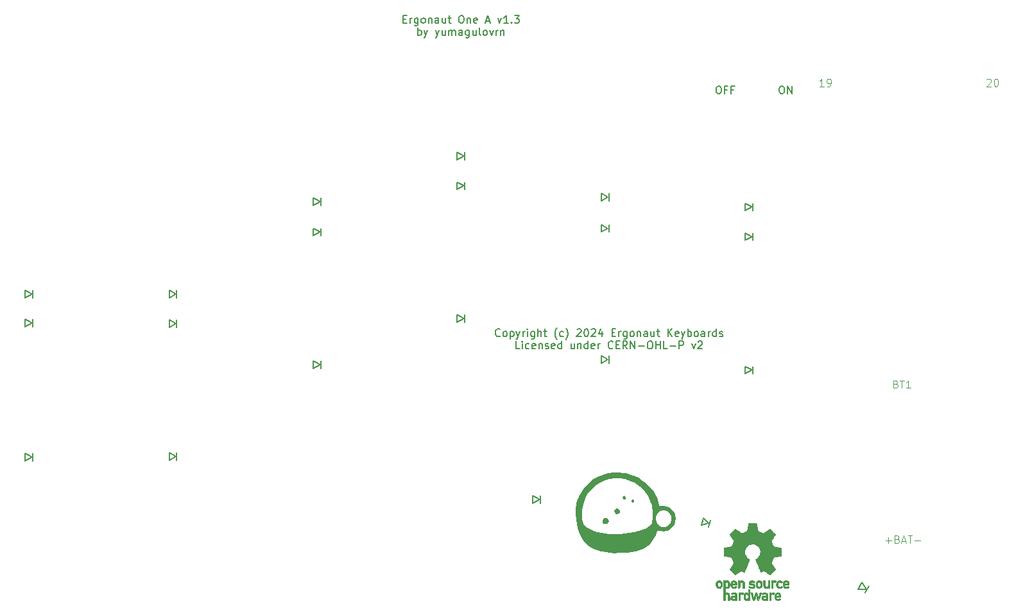
<source format=gto>
%TF.GenerationSoftware,KiCad,Pcbnew,8.0.5*%
%TF.CreationDate,2025-01-25T20:12:58+02:00*%
%TF.ProjectId,1_3A,315f3341-2e6b-4696-9361-645f70636258,rev?*%
%TF.SameCoordinates,Original*%
%TF.FileFunction,Legend,Top*%
%TF.FilePolarity,Positive*%
%FSLAX46Y46*%
G04 Gerber Fmt 4.6, Leading zero omitted, Abs format (unit mm)*
G04 Created by KiCad (PCBNEW 8.0.5) date 2025-01-25 20:12:58*
%MOMM*%
%LPD*%
G01*
G04 APERTURE LIST*
%ADD10C,0.200000*%
%ADD11C,0.100000*%
%ADD12C,0.150000*%
%ADD13C,0.010000*%
%ADD14C,0.000000*%
G04 APERTURE END LIST*
D10*
X133880951Y-50123437D02*
X134214284Y-50123437D01*
X134357141Y-50647247D02*
X133880951Y-50647247D01*
X133880951Y-50647247D02*
X133880951Y-49647247D01*
X133880951Y-49647247D02*
X134357141Y-49647247D01*
X134785713Y-50647247D02*
X134785713Y-49980580D01*
X134785713Y-50171056D02*
X134833332Y-50075818D01*
X134833332Y-50075818D02*
X134880951Y-50028199D01*
X134880951Y-50028199D02*
X134976189Y-49980580D01*
X134976189Y-49980580D02*
X135071427Y-49980580D01*
X135833332Y-49980580D02*
X135833332Y-50790104D01*
X135833332Y-50790104D02*
X135785713Y-50885342D01*
X135785713Y-50885342D02*
X135738094Y-50932961D01*
X135738094Y-50932961D02*
X135642856Y-50980580D01*
X135642856Y-50980580D02*
X135499999Y-50980580D01*
X135499999Y-50980580D02*
X135404761Y-50932961D01*
X135833332Y-50599628D02*
X135738094Y-50647247D01*
X135738094Y-50647247D02*
X135547618Y-50647247D01*
X135547618Y-50647247D02*
X135452380Y-50599628D01*
X135452380Y-50599628D02*
X135404761Y-50552008D01*
X135404761Y-50552008D02*
X135357142Y-50456770D01*
X135357142Y-50456770D02*
X135357142Y-50171056D01*
X135357142Y-50171056D02*
X135404761Y-50075818D01*
X135404761Y-50075818D02*
X135452380Y-50028199D01*
X135452380Y-50028199D02*
X135547618Y-49980580D01*
X135547618Y-49980580D02*
X135738094Y-49980580D01*
X135738094Y-49980580D02*
X135833332Y-50028199D01*
X136452380Y-50647247D02*
X136357142Y-50599628D01*
X136357142Y-50599628D02*
X136309523Y-50552008D01*
X136309523Y-50552008D02*
X136261904Y-50456770D01*
X136261904Y-50456770D02*
X136261904Y-50171056D01*
X136261904Y-50171056D02*
X136309523Y-50075818D01*
X136309523Y-50075818D02*
X136357142Y-50028199D01*
X136357142Y-50028199D02*
X136452380Y-49980580D01*
X136452380Y-49980580D02*
X136595237Y-49980580D01*
X136595237Y-49980580D02*
X136690475Y-50028199D01*
X136690475Y-50028199D02*
X136738094Y-50075818D01*
X136738094Y-50075818D02*
X136785713Y-50171056D01*
X136785713Y-50171056D02*
X136785713Y-50456770D01*
X136785713Y-50456770D02*
X136738094Y-50552008D01*
X136738094Y-50552008D02*
X136690475Y-50599628D01*
X136690475Y-50599628D02*
X136595237Y-50647247D01*
X136595237Y-50647247D02*
X136452380Y-50647247D01*
X137214285Y-49980580D02*
X137214285Y-50647247D01*
X137214285Y-50075818D02*
X137261904Y-50028199D01*
X137261904Y-50028199D02*
X137357142Y-49980580D01*
X137357142Y-49980580D02*
X137499999Y-49980580D01*
X137499999Y-49980580D02*
X137595237Y-50028199D01*
X137595237Y-50028199D02*
X137642856Y-50123437D01*
X137642856Y-50123437D02*
X137642856Y-50647247D01*
X138547618Y-50647247D02*
X138547618Y-50123437D01*
X138547618Y-50123437D02*
X138499999Y-50028199D01*
X138499999Y-50028199D02*
X138404761Y-49980580D01*
X138404761Y-49980580D02*
X138214285Y-49980580D01*
X138214285Y-49980580D02*
X138119047Y-50028199D01*
X138547618Y-50599628D02*
X138452380Y-50647247D01*
X138452380Y-50647247D02*
X138214285Y-50647247D01*
X138214285Y-50647247D02*
X138119047Y-50599628D01*
X138119047Y-50599628D02*
X138071428Y-50504389D01*
X138071428Y-50504389D02*
X138071428Y-50409151D01*
X138071428Y-50409151D02*
X138119047Y-50313913D01*
X138119047Y-50313913D02*
X138214285Y-50266294D01*
X138214285Y-50266294D02*
X138452380Y-50266294D01*
X138452380Y-50266294D02*
X138547618Y-50218675D01*
X139452380Y-49980580D02*
X139452380Y-50647247D01*
X139023809Y-49980580D02*
X139023809Y-50504389D01*
X139023809Y-50504389D02*
X139071428Y-50599628D01*
X139071428Y-50599628D02*
X139166666Y-50647247D01*
X139166666Y-50647247D02*
X139309523Y-50647247D01*
X139309523Y-50647247D02*
X139404761Y-50599628D01*
X139404761Y-50599628D02*
X139452380Y-50552008D01*
X139785714Y-49980580D02*
X140166666Y-49980580D01*
X139928571Y-49647247D02*
X139928571Y-50504389D01*
X139928571Y-50504389D02*
X139976190Y-50599628D01*
X139976190Y-50599628D02*
X140071428Y-50647247D01*
X140071428Y-50647247D02*
X140166666Y-50647247D01*
X141452381Y-49647247D02*
X141642857Y-49647247D01*
X141642857Y-49647247D02*
X141738095Y-49694866D01*
X141738095Y-49694866D02*
X141833333Y-49790104D01*
X141833333Y-49790104D02*
X141880952Y-49980580D01*
X141880952Y-49980580D02*
X141880952Y-50313913D01*
X141880952Y-50313913D02*
X141833333Y-50504389D01*
X141833333Y-50504389D02*
X141738095Y-50599628D01*
X141738095Y-50599628D02*
X141642857Y-50647247D01*
X141642857Y-50647247D02*
X141452381Y-50647247D01*
X141452381Y-50647247D02*
X141357143Y-50599628D01*
X141357143Y-50599628D02*
X141261905Y-50504389D01*
X141261905Y-50504389D02*
X141214286Y-50313913D01*
X141214286Y-50313913D02*
X141214286Y-49980580D01*
X141214286Y-49980580D02*
X141261905Y-49790104D01*
X141261905Y-49790104D02*
X141357143Y-49694866D01*
X141357143Y-49694866D02*
X141452381Y-49647247D01*
X142309524Y-49980580D02*
X142309524Y-50647247D01*
X142309524Y-50075818D02*
X142357143Y-50028199D01*
X142357143Y-50028199D02*
X142452381Y-49980580D01*
X142452381Y-49980580D02*
X142595238Y-49980580D01*
X142595238Y-49980580D02*
X142690476Y-50028199D01*
X142690476Y-50028199D02*
X142738095Y-50123437D01*
X142738095Y-50123437D02*
X142738095Y-50647247D01*
X143595238Y-50599628D02*
X143500000Y-50647247D01*
X143500000Y-50647247D02*
X143309524Y-50647247D01*
X143309524Y-50647247D02*
X143214286Y-50599628D01*
X143214286Y-50599628D02*
X143166667Y-50504389D01*
X143166667Y-50504389D02*
X143166667Y-50123437D01*
X143166667Y-50123437D02*
X143214286Y-50028199D01*
X143214286Y-50028199D02*
X143309524Y-49980580D01*
X143309524Y-49980580D02*
X143500000Y-49980580D01*
X143500000Y-49980580D02*
X143595238Y-50028199D01*
X143595238Y-50028199D02*
X143642857Y-50123437D01*
X143642857Y-50123437D02*
X143642857Y-50218675D01*
X143642857Y-50218675D02*
X143166667Y-50313913D01*
X144785715Y-50361532D02*
X145261905Y-50361532D01*
X144690477Y-50647247D02*
X145023810Y-49647247D01*
X145023810Y-49647247D02*
X145357143Y-50647247D01*
X146357144Y-49980580D02*
X146595239Y-50647247D01*
X146595239Y-50647247D02*
X146833334Y-49980580D01*
X147738096Y-50647247D02*
X147166668Y-50647247D01*
X147452382Y-50647247D02*
X147452382Y-49647247D01*
X147452382Y-49647247D02*
X147357144Y-49790104D01*
X147357144Y-49790104D02*
X147261906Y-49885342D01*
X147261906Y-49885342D02*
X147166668Y-49932961D01*
X148166668Y-50552008D02*
X148214287Y-50599628D01*
X148214287Y-50599628D02*
X148166668Y-50647247D01*
X148166668Y-50647247D02*
X148119049Y-50599628D01*
X148119049Y-50599628D02*
X148166668Y-50552008D01*
X148166668Y-50552008D02*
X148166668Y-50647247D01*
X148547620Y-49647247D02*
X149166667Y-49647247D01*
X149166667Y-49647247D02*
X148833334Y-50028199D01*
X148833334Y-50028199D02*
X148976191Y-50028199D01*
X148976191Y-50028199D02*
X149071429Y-50075818D01*
X149071429Y-50075818D02*
X149119048Y-50123437D01*
X149119048Y-50123437D02*
X149166667Y-50218675D01*
X149166667Y-50218675D02*
X149166667Y-50456770D01*
X149166667Y-50456770D02*
X149119048Y-50552008D01*
X149119048Y-50552008D02*
X149071429Y-50599628D01*
X149071429Y-50599628D02*
X148976191Y-50647247D01*
X148976191Y-50647247D02*
X148690477Y-50647247D01*
X148690477Y-50647247D02*
X148595239Y-50599628D01*
X148595239Y-50599628D02*
X148547620Y-50552008D01*
X135809523Y-52257191D02*
X135809523Y-51257191D01*
X135809523Y-51638143D02*
X135904761Y-51590524D01*
X135904761Y-51590524D02*
X136095237Y-51590524D01*
X136095237Y-51590524D02*
X136190475Y-51638143D01*
X136190475Y-51638143D02*
X136238094Y-51685762D01*
X136238094Y-51685762D02*
X136285713Y-51781000D01*
X136285713Y-51781000D02*
X136285713Y-52066714D01*
X136285713Y-52066714D02*
X136238094Y-52161952D01*
X136238094Y-52161952D02*
X136190475Y-52209572D01*
X136190475Y-52209572D02*
X136095237Y-52257191D01*
X136095237Y-52257191D02*
X135904761Y-52257191D01*
X135904761Y-52257191D02*
X135809523Y-52209572D01*
X136619047Y-51590524D02*
X136857142Y-52257191D01*
X137095237Y-51590524D02*
X136857142Y-52257191D01*
X136857142Y-52257191D02*
X136761904Y-52495286D01*
X136761904Y-52495286D02*
X136714285Y-52542905D01*
X136714285Y-52542905D02*
X136619047Y-52590524D01*
X138142857Y-51590524D02*
X138380952Y-52257191D01*
X138619047Y-51590524D02*
X138380952Y-52257191D01*
X138380952Y-52257191D02*
X138285714Y-52495286D01*
X138285714Y-52495286D02*
X138238095Y-52542905D01*
X138238095Y-52542905D02*
X138142857Y-52590524D01*
X139428571Y-51590524D02*
X139428571Y-52257191D01*
X139000000Y-51590524D02*
X139000000Y-52114333D01*
X139000000Y-52114333D02*
X139047619Y-52209572D01*
X139047619Y-52209572D02*
X139142857Y-52257191D01*
X139142857Y-52257191D02*
X139285714Y-52257191D01*
X139285714Y-52257191D02*
X139380952Y-52209572D01*
X139380952Y-52209572D02*
X139428571Y-52161952D01*
X139904762Y-52257191D02*
X139904762Y-51590524D01*
X139904762Y-51685762D02*
X139952381Y-51638143D01*
X139952381Y-51638143D02*
X140047619Y-51590524D01*
X140047619Y-51590524D02*
X140190476Y-51590524D01*
X140190476Y-51590524D02*
X140285714Y-51638143D01*
X140285714Y-51638143D02*
X140333333Y-51733381D01*
X140333333Y-51733381D02*
X140333333Y-52257191D01*
X140333333Y-51733381D02*
X140380952Y-51638143D01*
X140380952Y-51638143D02*
X140476190Y-51590524D01*
X140476190Y-51590524D02*
X140619047Y-51590524D01*
X140619047Y-51590524D02*
X140714286Y-51638143D01*
X140714286Y-51638143D02*
X140761905Y-51733381D01*
X140761905Y-51733381D02*
X140761905Y-52257191D01*
X141666666Y-52257191D02*
X141666666Y-51733381D01*
X141666666Y-51733381D02*
X141619047Y-51638143D01*
X141619047Y-51638143D02*
X141523809Y-51590524D01*
X141523809Y-51590524D02*
X141333333Y-51590524D01*
X141333333Y-51590524D02*
X141238095Y-51638143D01*
X141666666Y-52209572D02*
X141571428Y-52257191D01*
X141571428Y-52257191D02*
X141333333Y-52257191D01*
X141333333Y-52257191D02*
X141238095Y-52209572D01*
X141238095Y-52209572D02*
X141190476Y-52114333D01*
X141190476Y-52114333D02*
X141190476Y-52019095D01*
X141190476Y-52019095D02*
X141238095Y-51923857D01*
X141238095Y-51923857D02*
X141333333Y-51876238D01*
X141333333Y-51876238D02*
X141571428Y-51876238D01*
X141571428Y-51876238D02*
X141666666Y-51828619D01*
X142571428Y-51590524D02*
X142571428Y-52400048D01*
X142571428Y-52400048D02*
X142523809Y-52495286D01*
X142523809Y-52495286D02*
X142476190Y-52542905D01*
X142476190Y-52542905D02*
X142380952Y-52590524D01*
X142380952Y-52590524D02*
X142238095Y-52590524D01*
X142238095Y-52590524D02*
X142142857Y-52542905D01*
X142571428Y-52209572D02*
X142476190Y-52257191D01*
X142476190Y-52257191D02*
X142285714Y-52257191D01*
X142285714Y-52257191D02*
X142190476Y-52209572D01*
X142190476Y-52209572D02*
X142142857Y-52161952D01*
X142142857Y-52161952D02*
X142095238Y-52066714D01*
X142095238Y-52066714D02*
X142095238Y-51781000D01*
X142095238Y-51781000D02*
X142142857Y-51685762D01*
X142142857Y-51685762D02*
X142190476Y-51638143D01*
X142190476Y-51638143D02*
X142285714Y-51590524D01*
X142285714Y-51590524D02*
X142476190Y-51590524D01*
X142476190Y-51590524D02*
X142571428Y-51638143D01*
X143476190Y-51590524D02*
X143476190Y-52257191D01*
X143047619Y-51590524D02*
X143047619Y-52114333D01*
X143047619Y-52114333D02*
X143095238Y-52209572D01*
X143095238Y-52209572D02*
X143190476Y-52257191D01*
X143190476Y-52257191D02*
X143333333Y-52257191D01*
X143333333Y-52257191D02*
X143428571Y-52209572D01*
X143428571Y-52209572D02*
X143476190Y-52161952D01*
X144095238Y-52257191D02*
X144000000Y-52209572D01*
X144000000Y-52209572D02*
X143952381Y-52114333D01*
X143952381Y-52114333D02*
X143952381Y-51257191D01*
X144619048Y-52257191D02*
X144523810Y-52209572D01*
X144523810Y-52209572D02*
X144476191Y-52161952D01*
X144476191Y-52161952D02*
X144428572Y-52066714D01*
X144428572Y-52066714D02*
X144428572Y-51781000D01*
X144428572Y-51781000D02*
X144476191Y-51685762D01*
X144476191Y-51685762D02*
X144523810Y-51638143D01*
X144523810Y-51638143D02*
X144619048Y-51590524D01*
X144619048Y-51590524D02*
X144761905Y-51590524D01*
X144761905Y-51590524D02*
X144857143Y-51638143D01*
X144857143Y-51638143D02*
X144904762Y-51685762D01*
X144904762Y-51685762D02*
X144952381Y-51781000D01*
X144952381Y-51781000D02*
X144952381Y-52066714D01*
X144952381Y-52066714D02*
X144904762Y-52161952D01*
X144904762Y-52161952D02*
X144857143Y-52209572D01*
X144857143Y-52209572D02*
X144761905Y-52257191D01*
X144761905Y-52257191D02*
X144619048Y-52257191D01*
X145285715Y-51590524D02*
X145523810Y-52257191D01*
X145523810Y-52257191D02*
X145761905Y-51590524D01*
X146142858Y-52257191D02*
X146142858Y-51590524D01*
X146142858Y-51781000D02*
X146190477Y-51685762D01*
X146190477Y-51685762D02*
X146238096Y-51638143D01*
X146238096Y-51638143D02*
X146333334Y-51590524D01*
X146333334Y-51590524D02*
X146428572Y-51590524D01*
X146761906Y-51590524D02*
X146761906Y-52257191D01*
X146761906Y-51685762D02*
X146809525Y-51638143D01*
X146809525Y-51638143D02*
X146904763Y-51590524D01*
X146904763Y-51590524D02*
X147047620Y-51590524D01*
X147047620Y-51590524D02*
X147142858Y-51638143D01*
X147142858Y-51638143D02*
X147190477Y-51733381D01*
X147190477Y-51733381D02*
X147190477Y-52257191D01*
X146655044Y-91881008D02*
X146607425Y-91928628D01*
X146607425Y-91928628D02*
X146464568Y-91976247D01*
X146464568Y-91976247D02*
X146369330Y-91976247D01*
X146369330Y-91976247D02*
X146226473Y-91928628D01*
X146226473Y-91928628D02*
X146131235Y-91833389D01*
X146131235Y-91833389D02*
X146083616Y-91738151D01*
X146083616Y-91738151D02*
X146035997Y-91547675D01*
X146035997Y-91547675D02*
X146035997Y-91404818D01*
X146035997Y-91404818D02*
X146083616Y-91214342D01*
X146083616Y-91214342D02*
X146131235Y-91119104D01*
X146131235Y-91119104D02*
X146226473Y-91023866D01*
X146226473Y-91023866D02*
X146369330Y-90976247D01*
X146369330Y-90976247D02*
X146464568Y-90976247D01*
X146464568Y-90976247D02*
X146607425Y-91023866D01*
X146607425Y-91023866D02*
X146655044Y-91071485D01*
X147226473Y-91976247D02*
X147131235Y-91928628D01*
X147131235Y-91928628D02*
X147083616Y-91881008D01*
X147083616Y-91881008D02*
X147035997Y-91785770D01*
X147035997Y-91785770D02*
X147035997Y-91500056D01*
X147035997Y-91500056D02*
X147083616Y-91404818D01*
X147083616Y-91404818D02*
X147131235Y-91357199D01*
X147131235Y-91357199D02*
X147226473Y-91309580D01*
X147226473Y-91309580D02*
X147369330Y-91309580D01*
X147369330Y-91309580D02*
X147464568Y-91357199D01*
X147464568Y-91357199D02*
X147512187Y-91404818D01*
X147512187Y-91404818D02*
X147559806Y-91500056D01*
X147559806Y-91500056D02*
X147559806Y-91785770D01*
X147559806Y-91785770D02*
X147512187Y-91881008D01*
X147512187Y-91881008D02*
X147464568Y-91928628D01*
X147464568Y-91928628D02*
X147369330Y-91976247D01*
X147369330Y-91976247D02*
X147226473Y-91976247D01*
X147988378Y-91309580D02*
X147988378Y-92309580D01*
X147988378Y-91357199D02*
X148083616Y-91309580D01*
X148083616Y-91309580D02*
X148274092Y-91309580D01*
X148274092Y-91309580D02*
X148369330Y-91357199D01*
X148369330Y-91357199D02*
X148416949Y-91404818D01*
X148416949Y-91404818D02*
X148464568Y-91500056D01*
X148464568Y-91500056D02*
X148464568Y-91785770D01*
X148464568Y-91785770D02*
X148416949Y-91881008D01*
X148416949Y-91881008D02*
X148369330Y-91928628D01*
X148369330Y-91928628D02*
X148274092Y-91976247D01*
X148274092Y-91976247D02*
X148083616Y-91976247D01*
X148083616Y-91976247D02*
X147988378Y-91928628D01*
X148797902Y-91309580D02*
X149035997Y-91976247D01*
X149274092Y-91309580D02*
X149035997Y-91976247D01*
X149035997Y-91976247D02*
X148940759Y-92214342D01*
X148940759Y-92214342D02*
X148893140Y-92261961D01*
X148893140Y-92261961D02*
X148797902Y-92309580D01*
X149655045Y-91976247D02*
X149655045Y-91309580D01*
X149655045Y-91500056D02*
X149702664Y-91404818D01*
X149702664Y-91404818D02*
X149750283Y-91357199D01*
X149750283Y-91357199D02*
X149845521Y-91309580D01*
X149845521Y-91309580D02*
X149940759Y-91309580D01*
X150274093Y-91976247D02*
X150274093Y-91309580D01*
X150274093Y-90976247D02*
X150226474Y-91023866D01*
X150226474Y-91023866D02*
X150274093Y-91071485D01*
X150274093Y-91071485D02*
X150321712Y-91023866D01*
X150321712Y-91023866D02*
X150274093Y-90976247D01*
X150274093Y-90976247D02*
X150274093Y-91071485D01*
X151178854Y-91309580D02*
X151178854Y-92119104D01*
X151178854Y-92119104D02*
X151131235Y-92214342D01*
X151131235Y-92214342D02*
X151083616Y-92261961D01*
X151083616Y-92261961D02*
X150988378Y-92309580D01*
X150988378Y-92309580D02*
X150845521Y-92309580D01*
X150845521Y-92309580D02*
X150750283Y-92261961D01*
X151178854Y-91928628D02*
X151083616Y-91976247D01*
X151083616Y-91976247D02*
X150893140Y-91976247D01*
X150893140Y-91976247D02*
X150797902Y-91928628D01*
X150797902Y-91928628D02*
X150750283Y-91881008D01*
X150750283Y-91881008D02*
X150702664Y-91785770D01*
X150702664Y-91785770D02*
X150702664Y-91500056D01*
X150702664Y-91500056D02*
X150750283Y-91404818D01*
X150750283Y-91404818D02*
X150797902Y-91357199D01*
X150797902Y-91357199D02*
X150893140Y-91309580D01*
X150893140Y-91309580D02*
X151083616Y-91309580D01*
X151083616Y-91309580D02*
X151178854Y-91357199D01*
X151655045Y-91976247D02*
X151655045Y-90976247D01*
X152083616Y-91976247D02*
X152083616Y-91452437D01*
X152083616Y-91452437D02*
X152035997Y-91357199D01*
X152035997Y-91357199D02*
X151940759Y-91309580D01*
X151940759Y-91309580D02*
X151797902Y-91309580D01*
X151797902Y-91309580D02*
X151702664Y-91357199D01*
X151702664Y-91357199D02*
X151655045Y-91404818D01*
X152416950Y-91309580D02*
X152797902Y-91309580D01*
X152559807Y-90976247D02*
X152559807Y-91833389D01*
X152559807Y-91833389D02*
X152607426Y-91928628D01*
X152607426Y-91928628D02*
X152702664Y-91976247D01*
X152702664Y-91976247D02*
X152797902Y-91976247D01*
X154178855Y-92357199D02*
X154131236Y-92309580D01*
X154131236Y-92309580D02*
X154035998Y-92166723D01*
X154035998Y-92166723D02*
X153988379Y-92071485D01*
X153988379Y-92071485D02*
X153940760Y-91928628D01*
X153940760Y-91928628D02*
X153893141Y-91690532D01*
X153893141Y-91690532D02*
X153893141Y-91500056D01*
X153893141Y-91500056D02*
X153940760Y-91261961D01*
X153940760Y-91261961D02*
X153988379Y-91119104D01*
X153988379Y-91119104D02*
X154035998Y-91023866D01*
X154035998Y-91023866D02*
X154131236Y-90881008D01*
X154131236Y-90881008D02*
X154178855Y-90833389D01*
X154988379Y-91928628D02*
X154893141Y-91976247D01*
X154893141Y-91976247D02*
X154702665Y-91976247D01*
X154702665Y-91976247D02*
X154607427Y-91928628D01*
X154607427Y-91928628D02*
X154559808Y-91881008D01*
X154559808Y-91881008D02*
X154512189Y-91785770D01*
X154512189Y-91785770D02*
X154512189Y-91500056D01*
X154512189Y-91500056D02*
X154559808Y-91404818D01*
X154559808Y-91404818D02*
X154607427Y-91357199D01*
X154607427Y-91357199D02*
X154702665Y-91309580D01*
X154702665Y-91309580D02*
X154893141Y-91309580D01*
X154893141Y-91309580D02*
X154988379Y-91357199D01*
X155321713Y-92357199D02*
X155369332Y-92309580D01*
X155369332Y-92309580D02*
X155464570Y-92166723D01*
X155464570Y-92166723D02*
X155512189Y-92071485D01*
X155512189Y-92071485D02*
X155559808Y-91928628D01*
X155559808Y-91928628D02*
X155607427Y-91690532D01*
X155607427Y-91690532D02*
X155607427Y-91500056D01*
X155607427Y-91500056D02*
X155559808Y-91261961D01*
X155559808Y-91261961D02*
X155512189Y-91119104D01*
X155512189Y-91119104D02*
X155464570Y-91023866D01*
X155464570Y-91023866D02*
X155369332Y-90881008D01*
X155369332Y-90881008D02*
X155321713Y-90833389D01*
X156797904Y-91071485D02*
X156845523Y-91023866D01*
X156845523Y-91023866D02*
X156940761Y-90976247D01*
X156940761Y-90976247D02*
X157178856Y-90976247D01*
X157178856Y-90976247D02*
X157274094Y-91023866D01*
X157274094Y-91023866D02*
X157321713Y-91071485D01*
X157321713Y-91071485D02*
X157369332Y-91166723D01*
X157369332Y-91166723D02*
X157369332Y-91261961D01*
X157369332Y-91261961D02*
X157321713Y-91404818D01*
X157321713Y-91404818D02*
X156750285Y-91976247D01*
X156750285Y-91976247D02*
X157369332Y-91976247D01*
X157988380Y-90976247D02*
X158083618Y-90976247D01*
X158083618Y-90976247D02*
X158178856Y-91023866D01*
X158178856Y-91023866D02*
X158226475Y-91071485D01*
X158226475Y-91071485D02*
X158274094Y-91166723D01*
X158274094Y-91166723D02*
X158321713Y-91357199D01*
X158321713Y-91357199D02*
X158321713Y-91595294D01*
X158321713Y-91595294D02*
X158274094Y-91785770D01*
X158274094Y-91785770D02*
X158226475Y-91881008D01*
X158226475Y-91881008D02*
X158178856Y-91928628D01*
X158178856Y-91928628D02*
X158083618Y-91976247D01*
X158083618Y-91976247D02*
X157988380Y-91976247D01*
X157988380Y-91976247D02*
X157893142Y-91928628D01*
X157893142Y-91928628D02*
X157845523Y-91881008D01*
X157845523Y-91881008D02*
X157797904Y-91785770D01*
X157797904Y-91785770D02*
X157750285Y-91595294D01*
X157750285Y-91595294D02*
X157750285Y-91357199D01*
X157750285Y-91357199D02*
X157797904Y-91166723D01*
X157797904Y-91166723D02*
X157845523Y-91071485D01*
X157845523Y-91071485D02*
X157893142Y-91023866D01*
X157893142Y-91023866D02*
X157988380Y-90976247D01*
X158702666Y-91071485D02*
X158750285Y-91023866D01*
X158750285Y-91023866D02*
X158845523Y-90976247D01*
X158845523Y-90976247D02*
X159083618Y-90976247D01*
X159083618Y-90976247D02*
X159178856Y-91023866D01*
X159178856Y-91023866D02*
X159226475Y-91071485D01*
X159226475Y-91071485D02*
X159274094Y-91166723D01*
X159274094Y-91166723D02*
X159274094Y-91261961D01*
X159274094Y-91261961D02*
X159226475Y-91404818D01*
X159226475Y-91404818D02*
X158655047Y-91976247D01*
X158655047Y-91976247D02*
X159274094Y-91976247D01*
X160131237Y-91309580D02*
X160131237Y-91976247D01*
X159893142Y-90928628D02*
X159655047Y-91642913D01*
X159655047Y-91642913D02*
X160274094Y-91642913D01*
X161416952Y-91452437D02*
X161750285Y-91452437D01*
X161893142Y-91976247D02*
X161416952Y-91976247D01*
X161416952Y-91976247D02*
X161416952Y-90976247D01*
X161416952Y-90976247D02*
X161893142Y-90976247D01*
X162321714Y-91976247D02*
X162321714Y-91309580D01*
X162321714Y-91500056D02*
X162369333Y-91404818D01*
X162369333Y-91404818D02*
X162416952Y-91357199D01*
X162416952Y-91357199D02*
X162512190Y-91309580D01*
X162512190Y-91309580D02*
X162607428Y-91309580D01*
X163369333Y-91309580D02*
X163369333Y-92119104D01*
X163369333Y-92119104D02*
X163321714Y-92214342D01*
X163321714Y-92214342D02*
X163274095Y-92261961D01*
X163274095Y-92261961D02*
X163178857Y-92309580D01*
X163178857Y-92309580D02*
X163036000Y-92309580D01*
X163036000Y-92309580D02*
X162940762Y-92261961D01*
X163369333Y-91928628D02*
X163274095Y-91976247D01*
X163274095Y-91976247D02*
X163083619Y-91976247D01*
X163083619Y-91976247D02*
X162988381Y-91928628D01*
X162988381Y-91928628D02*
X162940762Y-91881008D01*
X162940762Y-91881008D02*
X162893143Y-91785770D01*
X162893143Y-91785770D02*
X162893143Y-91500056D01*
X162893143Y-91500056D02*
X162940762Y-91404818D01*
X162940762Y-91404818D02*
X162988381Y-91357199D01*
X162988381Y-91357199D02*
X163083619Y-91309580D01*
X163083619Y-91309580D02*
X163274095Y-91309580D01*
X163274095Y-91309580D02*
X163369333Y-91357199D01*
X163988381Y-91976247D02*
X163893143Y-91928628D01*
X163893143Y-91928628D02*
X163845524Y-91881008D01*
X163845524Y-91881008D02*
X163797905Y-91785770D01*
X163797905Y-91785770D02*
X163797905Y-91500056D01*
X163797905Y-91500056D02*
X163845524Y-91404818D01*
X163845524Y-91404818D02*
X163893143Y-91357199D01*
X163893143Y-91357199D02*
X163988381Y-91309580D01*
X163988381Y-91309580D02*
X164131238Y-91309580D01*
X164131238Y-91309580D02*
X164226476Y-91357199D01*
X164226476Y-91357199D02*
X164274095Y-91404818D01*
X164274095Y-91404818D02*
X164321714Y-91500056D01*
X164321714Y-91500056D02*
X164321714Y-91785770D01*
X164321714Y-91785770D02*
X164274095Y-91881008D01*
X164274095Y-91881008D02*
X164226476Y-91928628D01*
X164226476Y-91928628D02*
X164131238Y-91976247D01*
X164131238Y-91976247D02*
X163988381Y-91976247D01*
X164750286Y-91309580D02*
X164750286Y-91976247D01*
X164750286Y-91404818D02*
X164797905Y-91357199D01*
X164797905Y-91357199D02*
X164893143Y-91309580D01*
X164893143Y-91309580D02*
X165036000Y-91309580D01*
X165036000Y-91309580D02*
X165131238Y-91357199D01*
X165131238Y-91357199D02*
X165178857Y-91452437D01*
X165178857Y-91452437D02*
X165178857Y-91976247D01*
X166083619Y-91976247D02*
X166083619Y-91452437D01*
X166083619Y-91452437D02*
X166036000Y-91357199D01*
X166036000Y-91357199D02*
X165940762Y-91309580D01*
X165940762Y-91309580D02*
X165750286Y-91309580D01*
X165750286Y-91309580D02*
X165655048Y-91357199D01*
X166083619Y-91928628D02*
X165988381Y-91976247D01*
X165988381Y-91976247D02*
X165750286Y-91976247D01*
X165750286Y-91976247D02*
X165655048Y-91928628D01*
X165655048Y-91928628D02*
X165607429Y-91833389D01*
X165607429Y-91833389D02*
X165607429Y-91738151D01*
X165607429Y-91738151D02*
X165655048Y-91642913D01*
X165655048Y-91642913D02*
X165750286Y-91595294D01*
X165750286Y-91595294D02*
X165988381Y-91595294D01*
X165988381Y-91595294D02*
X166083619Y-91547675D01*
X166988381Y-91309580D02*
X166988381Y-91976247D01*
X166559810Y-91309580D02*
X166559810Y-91833389D01*
X166559810Y-91833389D02*
X166607429Y-91928628D01*
X166607429Y-91928628D02*
X166702667Y-91976247D01*
X166702667Y-91976247D02*
X166845524Y-91976247D01*
X166845524Y-91976247D02*
X166940762Y-91928628D01*
X166940762Y-91928628D02*
X166988381Y-91881008D01*
X167321715Y-91309580D02*
X167702667Y-91309580D01*
X167464572Y-90976247D02*
X167464572Y-91833389D01*
X167464572Y-91833389D02*
X167512191Y-91928628D01*
X167512191Y-91928628D02*
X167607429Y-91976247D01*
X167607429Y-91976247D02*
X167702667Y-91976247D01*
X168797906Y-91976247D02*
X168797906Y-90976247D01*
X169369334Y-91976247D02*
X168940763Y-91404818D01*
X169369334Y-90976247D02*
X168797906Y-91547675D01*
X170178858Y-91928628D02*
X170083620Y-91976247D01*
X170083620Y-91976247D02*
X169893144Y-91976247D01*
X169893144Y-91976247D02*
X169797906Y-91928628D01*
X169797906Y-91928628D02*
X169750287Y-91833389D01*
X169750287Y-91833389D02*
X169750287Y-91452437D01*
X169750287Y-91452437D02*
X169797906Y-91357199D01*
X169797906Y-91357199D02*
X169893144Y-91309580D01*
X169893144Y-91309580D02*
X170083620Y-91309580D01*
X170083620Y-91309580D02*
X170178858Y-91357199D01*
X170178858Y-91357199D02*
X170226477Y-91452437D01*
X170226477Y-91452437D02*
X170226477Y-91547675D01*
X170226477Y-91547675D02*
X169750287Y-91642913D01*
X170559811Y-91309580D02*
X170797906Y-91976247D01*
X171036001Y-91309580D02*
X170797906Y-91976247D01*
X170797906Y-91976247D02*
X170702668Y-92214342D01*
X170702668Y-92214342D02*
X170655049Y-92261961D01*
X170655049Y-92261961D02*
X170559811Y-92309580D01*
X171416954Y-91976247D02*
X171416954Y-90976247D01*
X171416954Y-91357199D02*
X171512192Y-91309580D01*
X171512192Y-91309580D02*
X171702668Y-91309580D01*
X171702668Y-91309580D02*
X171797906Y-91357199D01*
X171797906Y-91357199D02*
X171845525Y-91404818D01*
X171845525Y-91404818D02*
X171893144Y-91500056D01*
X171893144Y-91500056D02*
X171893144Y-91785770D01*
X171893144Y-91785770D02*
X171845525Y-91881008D01*
X171845525Y-91881008D02*
X171797906Y-91928628D01*
X171797906Y-91928628D02*
X171702668Y-91976247D01*
X171702668Y-91976247D02*
X171512192Y-91976247D01*
X171512192Y-91976247D02*
X171416954Y-91928628D01*
X172464573Y-91976247D02*
X172369335Y-91928628D01*
X172369335Y-91928628D02*
X172321716Y-91881008D01*
X172321716Y-91881008D02*
X172274097Y-91785770D01*
X172274097Y-91785770D02*
X172274097Y-91500056D01*
X172274097Y-91500056D02*
X172321716Y-91404818D01*
X172321716Y-91404818D02*
X172369335Y-91357199D01*
X172369335Y-91357199D02*
X172464573Y-91309580D01*
X172464573Y-91309580D02*
X172607430Y-91309580D01*
X172607430Y-91309580D02*
X172702668Y-91357199D01*
X172702668Y-91357199D02*
X172750287Y-91404818D01*
X172750287Y-91404818D02*
X172797906Y-91500056D01*
X172797906Y-91500056D02*
X172797906Y-91785770D01*
X172797906Y-91785770D02*
X172750287Y-91881008D01*
X172750287Y-91881008D02*
X172702668Y-91928628D01*
X172702668Y-91928628D02*
X172607430Y-91976247D01*
X172607430Y-91976247D02*
X172464573Y-91976247D01*
X173655049Y-91976247D02*
X173655049Y-91452437D01*
X173655049Y-91452437D02*
X173607430Y-91357199D01*
X173607430Y-91357199D02*
X173512192Y-91309580D01*
X173512192Y-91309580D02*
X173321716Y-91309580D01*
X173321716Y-91309580D02*
X173226478Y-91357199D01*
X173655049Y-91928628D02*
X173559811Y-91976247D01*
X173559811Y-91976247D02*
X173321716Y-91976247D01*
X173321716Y-91976247D02*
X173226478Y-91928628D01*
X173226478Y-91928628D02*
X173178859Y-91833389D01*
X173178859Y-91833389D02*
X173178859Y-91738151D01*
X173178859Y-91738151D02*
X173226478Y-91642913D01*
X173226478Y-91642913D02*
X173321716Y-91595294D01*
X173321716Y-91595294D02*
X173559811Y-91595294D01*
X173559811Y-91595294D02*
X173655049Y-91547675D01*
X174131240Y-91976247D02*
X174131240Y-91309580D01*
X174131240Y-91500056D02*
X174178859Y-91404818D01*
X174178859Y-91404818D02*
X174226478Y-91357199D01*
X174226478Y-91357199D02*
X174321716Y-91309580D01*
X174321716Y-91309580D02*
X174416954Y-91309580D01*
X175178859Y-91976247D02*
X175178859Y-90976247D01*
X175178859Y-91928628D02*
X175083621Y-91976247D01*
X175083621Y-91976247D02*
X174893145Y-91976247D01*
X174893145Y-91976247D02*
X174797907Y-91928628D01*
X174797907Y-91928628D02*
X174750288Y-91881008D01*
X174750288Y-91881008D02*
X174702669Y-91785770D01*
X174702669Y-91785770D02*
X174702669Y-91500056D01*
X174702669Y-91500056D02*
X174750288Y-91404818D01*
X174750288Y-91404818D02*
X174797907Y-91357199D01*
X174797907Y-91357199D02*
X174893145Y-91309580D01*
X174893145Y-91309580D02*
X175083621Y-91309580D01*
X175083621Y-91309580D02*
X175178859Y-91357199D01*
X175607431Y-91928628D02*
X175702669Y-91976247D01*
X175702669Y-91976247D02*
X175893145Y-91976247D01*
X175893145Y-91976247D02*
X175988383Y-91928628D01*
X175988383Y-91928628D02*
X176036002Y-91833389D01*
X176036002Y-91833389D02*
X176036002Y-91785770D01*
X176036002Y-91785770D02*
X175988383Y-91690532D01*
X175988383Y-91690532D02*
X175893145Y-91642913D01*
X175893145Y-91642913D02*
X175750288Y-91642913D01*
X175750288Y-91642913D02*
X175655050Y-91595294D01*
X175655050Y-91595294D02*
X175607431Y-91500056D01*
X175607431Y-91500056D02*
X175607431Y-91452437D01*
X175607431Y-91452437D02*
X175655050Y-91357199D01*
X175655050Y-91357199D02*
X175750288Y-91309580D01*
X175750288Y-91309580D02*
X175893145Y-91309580D01*
X175893145Y-91309580D02*
X175988383Y-91357199D01*
X149250284Y-93586191D02*
X148774094Y-93586191D01*
X148774094Y-93586191D02*
X148774094Y-92586191D01*
X149583618Y-93586191D02*
X149583618Y-92919524D01*
X149583618Y-92586191D02*
X149535999Y-92633810D01*
X149535999Y-92633810D02*
X149583618Y-92681429D01*
X149583618Y-92681429D02*
X149631237Y-92633810D01*
X149631237Y-92633810D02*
X149583618Y-92586191D01*
X149583618Y-92586191D02*
X149583618Y-92681429D01*
X150488379Y-93538572D02*
X150393141Y-93586191D01*
X150393141Y-93586191D02*
X150202665Y-93586191D01*
X150202665Y-93586191D02*
X150107427Y-93538572D01*
X150107427Y-93538572D02*
X150059808Y-93490952D01*
X150059808Y-93490952D02*
X150012189Y-93395714D01*
X150012189Y-93395714D02*
X150012189Y-93110000D01*
X150012189Y-93110000D02*
X150059808Y-93014762D01*
X150059808Y-93014762D02*
X150107427Y-92967143D01*
X150107427Y-92967143D02*
X150202665Y-92919524D01*
X150202665Y-92919524D02*
X150393141Y-92919524D01*
X150393141Y-92919524D02*
X150488379Y-92967143D01*
X151297903Y-93538572D02*
X151202665Y-93586191D01*
X151202665Y-93586191D02*
X151012189Y-93586191D01*
X151012189Y-93586191D02*
X150916951Y-93538572D01*
X150916951Y-93538572D02*
X150869332Y-93443333D01*
X150869332Y-93443333D02*
X150869332Y-93062381D01*
X150869332Y-93062381D02*
X150916951Y-92967143D01*
X150916951Y-92967143D02*
X151012189Y-92919524D01*
X151012189Y-92919524D02*
X151202665Y-92919524D01*
X151202665Y-92919524D02*
X151297903Y-92967143D01*
X151297903Y-92967143D02*
X151345522Y-93062381D01*
X151345522Y-93062381D02*
X151345522Y-93157619D01*
X151345522Y-93157619D02*
X150869332Y-93252857D01*
X151774094Y-92919524D02*
X151774094Y-93586191D01*
X151774094Y-93014762D02*
X151821713Y-92967143D01*
X151821713Y-92967143D02*
X151916951Y-92919524D01*
X151916951Y-92919524D02*
X152059808Y-92919524D01*
X152059808Y-92919524D02*
X152155046Y-92967143D01*
X152155046Y-92967143D02*
X152202665Y-93062381D01*
X152202665Y-93062381D02*
X152202665Y-93586191D01*
X152631237Y-93538572D02*
X152726475Y-93586191D01*
X152726475Y-93586191D02*
X152916951Y-93586191D01*
X152916951Y-93586191D02*
X153012189Y-93538572D01*
X153012189Y-93538572D02*
X153059808Y-93443333D01*
X153059808Y-93443333D02*
X153059808Y-93395714D01*
X153059808Y-93395714D02*
X153012189Y-93300476D01*
X153012189Y-93300476D02*
X152916951Y-93252857D01*
X152916951Y-93252857D02*
X152774094Y-93252857D01*
X152774094Y-93252857D02*
X152678856Y-93205238D01*
X152678856Y-93205238D02*
X152631237Y-93110000D01*
X152631237Y-93110000D02*
X152631237Y-93062381D01*
X152631237Y-93062381D02*
X152678856Y-92967143D01*
X152678856Y-92967143D02*
X152774094Y-92919524D01*
X152774094Y-92919524D02*
X152916951Y-92919524D01*
X152916951Y-92919524D02*
X153012189Y-92967143D01*
X153869332Y-93538572D02*
X153774094Y-93586191D01*
X153774094Y-93586191D02*
X153583618Y-93586191D01*
X153583618Y-93586191D02*
X153488380Y-93538572D01*
X153488380Y-93538572D02*
X153440761Y-93443333D01*
X153440761Y-93443333D02*
X153440761Y-93062381D01*
X153440761Y-93062381D02*
X153488380Y-92967143D01*
X153488380Y-92967143D02*
X153583618Y-92919524D01*
X153583618Y-92919524D02*
X153774094Y-92919524D01*
X153774094Y-92919524D02*
X153869332Y-92967143D01*
X153869332Y-92967143D02*
X153916951Y-93062381D01*
X153916951Y-93062381D02*
X153916951Y-93157619D01*
X153916951Y-93157619D02*
X153440761Y-93252857D01*
X154774094Y-93586191D02*
X154774094Y-92586191D01*
X154774094Y-93538572D02*
X154678856Y-93586191D01*
X154678856Y-93586191D02*
X154488380Y-93586191D01*
X154488380Y-93586191D02*
X154393142Y-93538572D01*
X154393142Y-93538572D02*
X154345523Y-93490952D01*
X154345523Y-93490952D02*
X154297904Y-93395714D01*
X154297904Y-93395714D02*
X154297904Y-93110000D01*
X154297904Y-93110000D02*
X154345523Y-93014762D01*
X154345523Y-93014762D02*
X154393142Y-92967143D01*
X154393142Y-92967143D02*
X154488380Y-92919524D01*
X154488380Y-92919524D02*
X154678856Y-92919524D01*
X154678856Y-92919524D02*
X154774094Y-92967143D01*
X156440761Y-92919524D02*
X156440761Y-93586191D01*
X156012190Y-92919524D02*
X156012190Y-93443333D01*
X156012190Y-93443333D02*
X156059809Y-93538572D01*
X156059809Y-93538572D02*
X156155047Y-93586191D01*
X156155047Y-93586191D02*
X156297904Y-93586191D01*
X156297904Y-93586191D02*
X156393142Y-93538572D01*
X156393142Y-93538572D02*
X156440761Y-93490952D01*
X156916952Y-92919524D02*
X156916952Y-93586191D01*
X156916952Y-93014762D02*
X156964571Y-92967143D01*
X156964571Y-92967143D02*
X157059809Y-92919524D01*
X157059809Y-92919524D02*
X157202666Y-92919524D01*
X157202666Y-92919524D02*
X157297904Y-92967143D01*
X157297904Y-92967143D02*
X157345523Y-93062381D01*
X157345523Y-93062381D02*
X157345523Y-93586191D01*
X158250285Y-93586191D02*
X158250285Y-92586191D01*
X158250285Y-93538572D02*
X158155047Y-93586191D01*
X158155047Y-93586191D02*
X157964571Y-93586191D01*
X157964571Y-93586191D02*
X157869333Y-93538572D01*
X157869333Y-93538572D02*
X157821714Y-93490952D01*
X157821714Y-93490952D02*
X157774095Y-93395714D01*
X157774095Y-93395714D02*
X157774095Y-93110000D01*
X157774095Y-93110000D02*
X157821714Y-93014762D01*
X157821714Y-93014762D02*
X157869333Y-92967143D01*
X157869333Y-92967143D02*
X157964571Y-92919524D01*
X157964571Y-92919524D02*
X158155047Y-92919524D01*
X158155047Y-92919524D02*
X158250285Y-92967143D01*
X159107428Y-93538572D02*
X159012190Y-93586191D01*
X159012190Y-93586191D02*
X158821714Y-93586191D01*
X158821714Y-93586191D02*
X158726476Y-93538572D01*
X158726476Y-93538572D02*
X158678857Y-93443333D01*
X158678857Y-93443333D02*
X158678857Y-93062381D01*
X158678857Y-93062381D02*
X158726476Y-92967143D01*
X158726476Y-92967143D02*
X158821714Y-92919524D01*
X158821714Y-92919524D02*
X159012190Y-92919524D01*
X159012190Y-92919524D02*
X159107428Y-92967143D01*
X159107428Y-92967143D02*
X159155047Y-93062381D01*
X159155047Y-93062381D02*
X159155047Y-93157619D01*
X159155047Y-93157619D02*
X158678857Y-93252857D01*
X159583619Y-93586191D02*
X159583619Y-92919524D01*
X159583619Y-93110000D02*
X159631238Y-93014762D01*
X159631238Y-93014762D02*
X159678857Y-92967143D01*
X159678857Y-92967143D02*
X159774095Y-92919524D01*
X159774095Y-92919524D02*
X159869333Y-92919524D01*
X161536000Y-93490952D02*
X161488381Y-93538572D01*
X161488381Y-93538572D02*
X161345524Y-93586191D01*
X161345524Y-93586191D02*
X161250286Y-93586191D01*
X161250286Y-93586191D02*
X161107429Y-93538572D01*
X161107429Y-93538572D02*
X161012191Y-93443333D01*
X161012191Y-93443333D02*
X160964572Y-93348095D01*
X160964572Y-93348095D02*
X160916953Y-93157619D01*
X160916953Y-93157619D02*
X160916953Y-93014762D01*
X160916953Y-93014762D02*
X160964572Y-92824286D01*
X160964572Y-92824286D02*
X161012191Y-92729048D01*
X161012191Y-92729048D02*
X161107429Y-92633810D01*
X161107429Y-92633810D02*
X161250286Y-92586191D01*
X161250286Y-92586191D02*
X161345524Y-92586191D01*
X161345524Y-92586191D02*
X161488381Y-92633810D01*
X161488381Y-92633810D02*
X161536000Y-92681429D01*
X161964572Y-93062381D02*
X162297905Y-93062381D01*
X162440762Y-93586191D02*
X161964572Y-93586191D01*
X161964572Y-93586191D02*
X161964572Y-92586191D01*
X161964572Y-92586191D02*
X162440762Y-92586191D01*
X163440762Y-93586191D02*
X163107429Y-93110000D01*
X162869334Y-93586191D02*
X162869334Y-92586191D01*
X162869334Y-92586191D02*
X163250286Y-92586191D01*
X163250286Y-92586191D02*
X163345524Y-92633810D01*
X163345524Y-92633810D02*
X163393143Y-92681429D01*
X163393143Y-92681429D02*
X163440762Y-92776667D01*
X163440762Y-92776667D02*
X163440762Y-92919524D01*
X163440762Y-92919524D02*
X163393143Y-93014762D01*
X163393143Y-93014762D02*
X163345524Y-93062381D01*
X163345524Y-93062381D02*
X163250286Y-93110000D01*
X163250286Y-93110000D02*
X162869334Y-93110000D01*
X163869334Y-93586191D02*
X163869334Y-92586191D01*
X163869334Y-92586191D02*
X164440762Y-93586191D01*
X164440762Y-93586191D02*
X164440762Y-92586191D01*
X164916953Y-93205238D02*
X165678858Y-93205238D01*
X166345524Y-92586191D02*
X166536000Y-92586191D01*
X166536000Y-92586191D02*
X166631238Y-92633810D01*
X166631238Y-92633810D02*
X166726476Y-92729048D01*
X166726476Y-92729048D02*
X166774095Y-92919524D01*
X166774095Y-92919524D02*
X166774095Y-93252857D01*
X166774095Y-93252857D02*
X166726476Y-93443333D01*
X166726476Y-93443333D02*
X166631238Y-93538572D01*
X166631238Y-93538572D02*
X166536000Y-93586191D01*
X166536000Y-93586191D02*
X166345524Y-93586191D01*
X166345524Y-93586191D02*
X166250286Y-93538572D01*
X166250286Y-93538572D02*
X166155048Y-93443333D01*
X166155048Y-93443333D02*
X166107429Y-93252857D01*
X166107429Y-93252857D02*
X166107429Y-92919524D01*
X166107429Y-92919524D02*
X166155048Y-92729048D01*
X166155048Y-92729048D02*
X166250286Y-92633810D01*
X166250286Y-92633810D02*
X166345524Y-92586191D01*
X167202667Y-93586191D02*
X167202667Y-92586191D01*
X167202667Y-93062381D02*
X167774095Y-93062381D01*
X167774095Y-93586191D02*
X167774095Y-92586191D01*
X168726476Y-93586191D02*
X168250286Y-93586191D01*
X168250286Y-93586191D02*
X168250286Y-92586191D01*
X169059810Y-93205238D02*
X169821715Y-93205238D01*
X170297905Y-93586191D02*
X170297905Y-92586191D01*
X170297905Y-92586191D02*
X170678857Y-92586191D01*
X170678857Y-92586191D02*
X170774095Y-92633810D01*
X170774095Y-92633810D02*
X170821714Y-92681429D01*
X170821714Y-92681429D02*
X170869333Y-92776667D01*
X170869333Y-92776667D02*
X170869333Y-92919524D01*
X170869333Y-92919524D02*
X170821714Y-93014762D01*
X170821714Y-93014762D02*
X170774095Y-93062381D01*
X170774095Y-93062381D02*
X170678857Y-93110000D01*
X170678857Y-93110000D02*
X170297905Y-93110000D01*
X171964572Y-92919524D02*
X172202667Y-93586191D01*
X172202667Y-93586191D02*
X172440762Y-92919524D01*
X172774096Y-92681429D02*
X172821715Y-92633810D01*
X172821715Y-92633810D02*
X172916953Y-92586191D01*
X172916953Y-92586191D02*
X173155048Y-92586191D01*
X173155048Y-92586191D02*
X173250286Y-92633810D01*
X173250286Y-92633810D02*
X173297905Y-92681429D01*
X173297905Y-92681429D02*
X173345524Y-92776667D01*
X173345524Y-92776667D02*
X173345524Y-92871905D01*
X173345524Y-92871905D02*
X173297905Y-93014762D01*
X173297905Y-93014762D02*
X172726477Y-93586191D01*
X172726477Y-93586191D02*
X173345524Y-93586191D01*
D11*
X198858285Y-98239609D02*
X199001142Y-98287228D01*
X199001142Y-98287228D02*
X199048761Y-98334847D01*
X199048761Y-98334847D02*
X199096380Y-98430085D01*
X199096380Y-98430085D02*
X199096380Y-98572942D01*
X199096380Y-98572942D02*
X199048761Y-98668180D01*
X199048761Y-98668180D02*
X199001142Y-98715800D01*
X199001142Y-98715800D02*
X198905904Y-98763419D01*
X198905904Y-98763419D02*
X198524952Y-98763419D01*
X198524952Y-98763419D02*
X198524952Y-97763419D01*
X198524952Y-97763419D02*
X198858285Y-97763419D01*
X198858285Y-97763419D02*
X198953523Y-97811038D01*
X198953523Y-97811038D02*
X199001142Y-97858657D01*
X199001142Y-97858657D02*
X199048761Y-97953895D01*
X199048761Y-97953895D02*
X199048761Y-98049133D01*
X199048761Y-98049133D02*
X199001142Y-98144371D01*
X199001142Y-98144371D02*
X198953523Y-98191990D01*
X198953523Y-98191990D02*
X198858285Y-98239609D01*
X198858285Y-98239609D02*
X198524952Y-98239609D01*
X199382095Y-97763419D02*
X199953523Y-97763419D01*
X199667809Y-98763419D02*
X199667809Y-97763419D01*
X200810666Y-98763419D02*
X200239238Y-98763419D01*
X200524952Y-98763419D02*
X200524952Y-97763419D01*
X200524952Y-97763419D02*
X200429714Y-97906276D01*
X200429714Y-97906276D02*
X200334476Y-98001514D01*
X200334476Y-98001514D02*
X200239238Y-98049133D01*
X197497884Y-118847466D02*
X198259789Y-118847466D01*
X197878836Y-119228419D02*
X197878836Y-118466514D01*
X199069312Y-118704609D02*
X199212169Y-118752228D01*
X199212169Y-118752228D02*
X199259788Y-118799847D01*
X199259788Y-118799847D02*
X199307407Y-118895085D01*
X199307407Y-118895085D02*
X199307407Y-119037942D01*
X199307407Y-119037942D02*
X199259788Y-119133180D01*
X199259788Y-119133180D02*
X199212169Y-119180800D01*
X199212169Y-119180800D02*
X199116931Y-119228419D01*
X199116931Y-119228419D02*
X198735979Y-119228419D01*
X198735979Y-119228419D02*
X198735979Y-118228419D01*
X198735979Y-118228419D02*
X199069312Y-118228419D01*
X199069312Y-118228419D02*
X199164550Y-118276038D01*
X199164550Y-118276038D02*
X199212169Y-118323657D01*
X199212169Y-118323657D02*
X199259788Y-118418895D01*
X199259788Y-118418895D02*
X199259788Y-118514133D01*
X199259788Y-118514133D02*
X199212169Y-118609371D01*
X199212169Y-118609371D02*
X199164550Y-118656990D01*
X199164550Y-118656990D02*
X199069312Y-118704609D01*
X199069312Y-118704609D02*
X198735979Y-118704609D01*
X199688360Y-118942704D02*
X200164550Y-118942704D01*
X199593122Y-119228419D02*
X199926455Y-118228419D01*
X199926455Y-118228419D02*
X200259788Y-119228419D01*
X200450265Y-118228419D02*
X201021693Y-118228419D01*
X200735979Y-119228419D02*
X200735979Y-118228419D01*
X201355027Y-118847466D02*
X202116932Y-118847466D01*
X189377693Y-58988465D02*
X188806265Y-58988465D01*
X189091979Y-58988465D02*
X189091979Y-57988465D01*
X189091979Y-57988465D02*
X188996741Y-58131322D01*
X188996741Y-58131322D02*
X188901503Y-58226560D01*
X188901503Y-58226560D02*
X188806265Y-58274179D01*
X189853884Y-58988465D02*
X190044360Y-58988465D01*
X190044360Y-58988465D02*
X190139598Y-58940846D01*
X190139598Y-58940846D02*
X190187217Y-58893226D01*
X190187217Y-58893226D02*
X190282455Y-58750369D01*
X190282455Y-58750369D02*
X190330074Y-58559893D01*
X190330074Y-58559893D02*
X190330074Y-58178941D01*
X190330074Y-58178941D02*
X190282455Y-58083703D01*
X190282455Y-58083703D02*
X190234836Y-58036084D01*
X190234836Y-58036084D02*
X190139598Y-57988465D01*
X190139598Y-57988465D02*
X189949122Y-57988465D01*
X189949122Y-57988465D02*
X189853884Y-58036084D01*
X189853884Y-58036084D02*
X189806265Y-58083703D01*
X189806265Y-58083703D02*
X189758646Y-58178941D01*
X189758646Y-58178941D02*
X189758646Y-58417036D01*
X189758646Y-58417036D02*
X189806265Y-58512274D01*
X189806265Y-58512274D02*
X189853884Y-58559893D01*
X189853884Y-58559893D02*
X189949122Y-58607512D01*
X189949122Y-58607512D02*
X190139598Y-58607512D01*
X190139598Y-58607512D02*
X190234836Y-58559893D01*
X190234836Y-58559893D02*
X190282455Y-58512274D01*
X190282455Y-58512274D02*
X190330074Y-58417036D01*
X210856265Y-58083703D02*
X210903884Y-58036084D01*
X210903884Y-58036084D02*
X210999122Y-57988465D01*
X210999122Y-57988465D02*
X211237217Y-57988465D01*
X211237217Y-57988465D02*
X211332455Y-58036084D01*
X211332455Y-58036084D02*
X211380074Y-58083703D01*
X211380074Y-58083703D02*
X211427693Y-58178941D01*
X211427693Y-58178941D02*
X211427693Y-58274179D01*
X211427693Y-58274179D02*
X211380074Y-58417036D01*
X211380074Y-58417036D02*
X210808646Y-58988465D01*
X210808646Y-58988465D02*
X211427693Y-58988465D01*
X212046741Y-57988465D02*
X212141979Y-57988465D01*
X212141979Y-57988465D02*
X212237217Y-58036084D01*
X212237217Y-58036084D02*
X212284836Y-58083703D01*
X212284836Y-58083703D02*
X212332455Y-58178941D01*
X212332455Y-58178941D02*
X212380074Y-58369417D01*
X212380074Y-58369417D02*
X212380074Y-58607512D01*
X212380074Y-58607512D02*
X212332455Y-58797988D01*
X212332455Y-58797988D02*
X212284836Y-58893226D01*
X212284836Y-58893226D02*
X212237217Y-58940846D01*
X212237217Y-58940846D02*
X212141979Y-58988465D01*
X212141979Y-58988465D02*
X212046741Y-58988465D01*
X212046741Y-58988465D02*
X211951503Y-58940846D01*
X211951503Y-58940846D02*
X211903884Y-58893226D01*
X211903884Y-58893226D02*
X211856265Y-58797988D01*
X211856265Y-58797988D02*
X211808646Y-58607512D01*
X211808646Y-58607512D02*
X211808646Y-58369417D01*
X211808646Y-58369417D02*
X211856265Y-58178941D01*
X211856265Y-58178941D02*
X211903884Y-58083703D01*
X211903884Y-58083703D02*
X211951503Y-58036084D01*
X211951503Y-58036084D02*
X212046741Y-57988465D01*
D12*
X175398513Y-58939536D02*
X175588989Y-58939536D01*
X175588989Y-58939536D02*
X175684227Y-58987155D01*
X175684227Y-58987155D02*
X175779465Y-59082393D01*
X175779465Y-59082393D02*
X175827084Y-59272869D01*
X175827084Y-59272869D02*
X175827084Y-59606202D01*
X175827084Y-59606202D02*
X175779465Y-59796678D01*
X175779465Y-59796678D02*
X175684227Y-59891917D01*
X175684227Y-59891917D02*
X175588989Y-59939536D01*
X175588989Y-59939536D02*
X175398513Y-59939536D01*
X175398513Y-59939536D02*
X175303275Y-59891917D01*
X175303275Y-59891917D02*
X175208037Y-59796678D01*
X175208037Y-59796678D02*
X175160418Y-59606202D01*
X175160418Y-59606202D02*
X175160418Y-59272869D01*
X175160418Y-59272869D02*
X175208037Y-59082393D01*
X175208037Y-59082393D02*
X175303275Y-58987155D01*
X175303275Y-58987155D02*
X175398513Y-58939536D01*
X176588989Y-59415726D02*
X176255656Y-59415726D01*
X176255656Y-59939536D02*
X176255656Y-58939536D01*
X176255656Y-58939536D02*
X176731846Y-58939536D01*
X177446132Y-59415726D02*
X177112799Y-59415726D01*
X177112799Y-59939536D02*
X177112799Y-58939536D01*
X177112799Y-58939536D02*
X177588989Y-58939536D01*
X183731846Y-58939536D02*
X183922322Y-58939536D01*
X183922322Y-58939536D02*
X184017560Y-58987155D01*
X184017560Y-58987155D02*
X184112798Y-59082393D01*
X184112798Y-59082393D02*
X184160417Y-59272869D01*
X184160417Y-59272869D02*
X184160417Y-59606202D01*
X184160417Y-59606202D02*
X184112798Y-59796678D01*
X184112798Y-59796678D02*
X184017560Y-59891917D01*
X184017560Y-59891917D02*
X183922322Y-59939536D01*
X183922322Y-59939536D02*
X183731846Y-59939536D01*
X183731846Y-59939536D02*
X183636608Y-59891917D01*
X183636608Y-59891917D02*
X183541370Y-59796678D01*
X183541370Y-59796678D02*
X183493751Y-59606202D01*
X183493751Y-59606202D02*
X183493751Y-59272869D01*
X183493751Y-59272869D02*
X183541370Y-59082393D01*
X183541370Y-59082393D02*
X183636608Y-58987155D01*
X183636608Y-58987155D02*
X183731846Y-58939536D01*
X184588989Y-59939536D02*
X184588989Y-58939536D01*
X184588989Y-58939536D02*
X185160417Y-59939536D01*
X185160417Y-59939536D02*
X185160417Y-58939536D01*
D13*
X182761057Y-125765303D02*
X182834246Y-125803592D01*
X182839688Y-125813441D01*
X182833821Y-125830900D01*
X182814671Y-125859556D01*
X182780261Y-125903000D01*
X182778027Y-125905719D01*
X182704111Y-125995567D01*
X182661093Y-125968981D01*
X182610836Y-125950842D01*
X182551448Y-125948184D01*
X182493506Y-125960459D01*
X182456828Y-125979524D01*
X182434595Y-125997116D01*
X182417004Y-126015687D01*
X182403515Y-126038308D01*
X182393585Y-126068053D01*
X182386676Y-126107991D01*
X182382245Y-126161195D01*
X182379753Y-126230738D01*
X182378658Y-126319690D01*
X182378419Y-126424895D01*
X182378400Y-126758270D01*
X182175200Y-126758270D01*
X182175200Y-125754970D01*
X182378400Y-125754970D01*
X182378400Y-125845162D01*
X182422824Y-125811278D01*
X182499975Y-125767695D01*
X182585669Y-125745437D01*
X182674500Y-125744607D01*
X182761057Y-125765303D01*
G36*
X182761057Y-125765303D02*
G01*
X182834246Y-125803592D01*
X182839688Y-125813441D01*
X182833821Y-125830900D01*
X182814671Y-125859556D01*
X182780261Y-125903000D01*
X182778027Y-125905719D01*
X182704111Y-125995567D01*
X182661093Y-125968981D01*
X182610836Y-125950842D01*
X182551448Y-125948184D01*
X182493506Y-125960459D01*
X182456828Y-125979524D01*
X182434595Y-125997116D01*
X182417004Y-126015687D01*
X182403515Y-126038308D01*
X182393585Y-126068053D01*
X182386676Y-126107991D01*
X182382245Y-126161195D01*
X182379753Y-126230738D01*
X182378658Y-126319690D01*
X182378419Y-126424895D01*
X182378400Y-126758270D01*
X182175200Y-126758270D01*
X182175200Y-125754970D01*
X182378400Y-125754970D01*
X182378400Y-125845162D01*
X182422824Y-125811278D01*
X182499975Y-125767695D01*
X182585669Y-125745437D01*
X182674500Y-125744607D01*
X182761057Y-125765303D01*
G37*
X178677634Y-125762266D02*
X178704925Y-125773559D01*
X178740848Y-125791953D01*
X178765054Y-125807543D01*
X178771600Y-125815124D01*
X178763984Y-125829045D01*
X178743656Y-125857169D01*
X178714394Y-125894379D01*
X178701213Y-125910445D01*
X178630827Y-125995244D01*
X178590088Y-125970404D01*
X178530288Y-125947618D01*
X178467850Y-125947022D01*
X178408678Y-125966888D01*
X178358672Y-126005484D01*
X178330275Y-126046585D01*
X178321557Y-126064916D01*
X178314818Y-126083350D01*
X178309804Y-126105304D01*
X178306261Y-126134196D01*
X178303934Y-126173440D01*
X178302569Y-126226454D01*
X178301913Y-126296655D01*
X178301710Y-126387459D01*
X178301700Y-126430760D01*
X178301700Y-126758270D01*
X178098500Y-126758270D01*
X178098500Y-125754970D01*
X178301700Y-125754970D01*
X178301700Y-125858549D01*
X178352403Y-125815148D01*
X178423844Y-125770038D01*
X178505379Y-125745772D01*
X178591734Y-125742975D01*
X178677634Y-125762266D01*
G36*
X178677634Y-125762266D02*
G01*
X178704925Y-125773559D01*
X178740848Y-125791953D01*
X178765054Y-125807543D01*
X178771600Y-125815124D01*
X178763984Y-125829045D01*
X178743656Y-125857169D01*
X178714394Y-125894379D01*
X178701213Y-125910445D01*
X178630827Y-125995244D01*
X178590088Y-125970404D01*
X178530288Y-125947618D01*
X178467850Y-125947022D01*
X178408678Y-125966888D01*
X178358672Y-126005484D01*
X178330275Y-126046585D01*
X178321557Y-126064916D01*
X178314818Y-126083350D01*
X178309804Y-126105304D01*
X178306261Y-126134196D01*
X178303934Y-126173440D01*
X178302569Y-126226454D01*
X178301913Y-126296655D01*
X178301710Y-126387459D01*
X178301700Y-126430760D01*
X178301700Y-126758270D01*
X178098500Y-126758270D01*
X178098500Y-125754970D01*
X178301700Y-125754970D01*
X178301700Y-125858549D01*
X178352403Y-125815148D01*
X178423844Y-125770038D01*
X178505379Y-125745772D01*
X178591734Y-125742975D01*
X178677634Y-125762266D01*
G37*
X182905450Y-124150277D02*
X182946135Y-124155460D01*
X182993556Y-124167696D01*
X183039683Y-124184140D01*
X183076483Y-124201945D01*
X183095563Y-124217644D01*
X183090456Y-124230435D01*
X183072840Y-124256626D01*
X183047162Y-124290702D01*
X183017865Y-124327148D01*
X182989395Y-124360450D01*
X182966196Y-124385093D01*
X182952714Y-124395562D01*
X182952113Y-124395619D01*
X182935884Y-124389574D01*
X182911800Y-124377020D01*
X182870341Y-124363510D01*
X182816829Y-124359064D01*
X182762956Y-124363721D01*
X182722555Y-124376370D01*
X182699326Y-124389227D01*
X182680822Y-124403068D01*
X182666443Y-124420817D01*
X182655589Y-124445394D01*
X182647660Y-124479722D01*
X182642055Y-124526722D01*
X182638173Y-124589315D01*
X182635416Y-124670425D01*
X182633182Y-124772972D01*
X182632400Y-124815170D01*
X182626050Y-125164420D01*
X182521275Y-125168108D01*
X182416500Y-125171797D01*
X182416500Y-124153742D01*
X182626050Y-124161120D01*
X182633856Y-124255090D01*
X182690568Y-124211801D01*
X182747614Y-124176493D01*
X182809317Y-124156730D01*
X182883950Y-124150145D01*
X182905450Y-124150277D01*
G36*
X182905450Y-124150277D02*
G01*
X182946135Y-124155460D01*
X182993556Y-124167696D01*
X183039683Y-124184140D01*
X183076483Y-124201945D01*
X183095563Y-124217644D01*
X183090456Y-124230435D01*
X183072840Y-124256626D01*
X183047162Y-124290702D01*
X183017865Y-124327148D01*
X182989395Y-124360450D01*
X182966196Y-124385093D01*
X182952714Y-124395562D01*
X182952113Y-124395619D01*
X182935884Y-124389574D01*
X182911800Y-124377020D01*
X182870341Y-124363510D01*
X182816829Y-124359064D01*
X182762956Y-124363721D01*
X182722555Y-124376370D01*
X182699326Y-124389227D01*
X182680822Y-124403068D01*
X182666443Y-124420817D01*
X182655589Y-124445394D01*
X182647660Y-124479722D01*
X182642055Y-124526722D01*
X182638173Y-124589315D01*
X182635416Y-124670425D01*
X182633182Y-124772972D01*
X182632400Y-124815170D01*
X182626050Y-125164420D01*
X182521275Y-125168108D01*
X182416500Y-125171797D01*
X182416500Y-124153742D01*
X182626050Y-124161120D01*
X182633856Y-124255090D01*
X182690568Y-124211801D01*
X182747614Y-124176493D01*
X182809317Y-124156730D01*
X182883950Y-124150145D01*
X182905450Y-124150277D01*
G37*
X178576814Y-124153564D02*
X178649111Y-124171020D01*
X178676350Y-124183071D01*
X178747193Y-124228640D01*
X178799864Y-124285150D01*
X178837594Y-124351620D01*
X178845975Y-124370782D01*
X178852630Y-124389900D01*
X178857797Y-124412136D01*
X178861716Y-124440654D01*
X178864626Y-124478616D01*
X178866767Y-124529186D01*
X178868377Y-124595526D01*
X178869696Y-124680799D01*
X178870964Y-124788169D01*
X178871022Y-124793474D01*
X178875195Y-125171829D01*
X178769422Y-125168124D01*
X178663650Y-125164420D01*
X178657300Y-124821520D01*
X178655228Y-124717691D01*
X178653144Y-124636120D01*
X178650798Y-124573663D01*
X178647942Y-124527180D01*
X178644327Y-124493527D01*
X178639703Y-124469564D01*
X178633823Y-124452149D01*
X178627003Y-124439066D01*
X178586759Y-124392542D01*
X178533188Y-124365977D01*
X178467384Y-124357970D01*
X178398988Y-124365671D01*
X178346606Y-124390399D01*
X178305462Y-124434586D01*
X178299751Y-124443387D01*
X178290814Y-124458571D01*
X178283822Y-124474112D01*
X178278490Y-124493261D01*
X178274533Y-124519269D01*
X178271668Y-124555386D01*
X178269609Y-124604862D01*
X178268073Y-124670948D01*
X178266776Y-124756895D01*
X178265853Y-124831045D01*
X178261756Y-125170770D01*
X178060400Y-125170770D01*
X178060400Y-124154770D01*
X178263600Y-124154770D01*
X178263600Y-124205570D01*
X178266469Y-124241974D01*
X178276304Y-124254449D01*
X178294944Y-124243947D01*
X178309256Y-124229126D01*
X178359419Y-124190119D01*
X178425227Y-124163959D01*
X178499939Y-124151492D01*
X178576814Y-124153564D01*
G36*
X178576814Y-124153564D02*
G01*
X178649111Y-124171020D01*
X178676350Y-124183071D01*
X178747193Y-124228640D01*
X178799864Y-124285150D01*
X178837594Y-124351620D01*
X178845975Y-124370782D01*
X178852630Y-124389900D01*
X178857797Y-124412136D01*
X178861716Y-124440654D01*
X178864626Y-124478616D01*
X178866767Y-124529186D01*
X178868377Y-124595526D01*
X178869696Y-124680799D01*
X178870964Y-124788169D01*
X178871022Y-124793474D01*
X178875195Y-125171829D01*
X178769422Y-125168124D01*
X178663650Y-125164420D01*
X178657300Y-124821520D01*
X178655228Y-124717691D01*
X178653144Y-124636120D01*
X178650798Y-124573663D01*
X178647942Y-124527180D01*
X178644327Y-124493527D01*
X178639703Y-124469564D01*
X178633823Y-124452149D01*
X178627003Y-124439066D01*
X178586759Y-124392542D01*
X178533188Y-124365977D01*
X178467384Y-124357970D01*
X178398988Y-124365671D01*
X178346606Y-124390399D01*
X178305462Y-124434586D01*
X178299751Y-124443387D01*
X178290814Y-124458571D01*
X178283822Y-124474112D01*
X178278490Y-124493261D01*
X178274533Y-124519269D01*
X178271668Y-124555386D01*
X178269609Y-124604862D01*
X178268073Y-124670948D01*
X178266776Y-124756895D01*
X178265853Y-124831045D01*
X178261756Y-125170770D01*
X178060400Y-125170770D01*
X178060400Y-124154770D01*
X178263600Y-124154770D01*
X178263600Y-124205570D01*
X178266469Y-124241974D01*
X178276304Y-124254449D01*
X178294944Y-124243947D01*
X178309256Y-124229126D01*
X178359419Y-124190119D01*
X178425227Y-124163959D01*
X178499939Y-124151492D01*
X178576814Y-124153564D01*
G37*
X182200600Y-125170770D02*
X181997400Y-125170770D01*
X181997400Y-125070887D01*
X181934322Y-125113335D01*
X181886347Y-125140223D01*
X181833482Y-125162021D01*
X181806697Y-125169627D01*
X181757796Y-125178893D01*
X181721555Y-125181404D01*
X181686182Y-125177293D01*
X181658716Y-125171286D01*
X181610137Y-125153378D01*
X181555255Y-125123929D01*
X181505474Y-125089610D01*
X181480495Y-125067045D01*
X181458848Y-125037863D01*
X181434916Y-124996954D01*
X181423410Y-124973761D01*
X181415050Y-124954732D01*
X181408462Y-124936049D01*
X181403437Y-124914536D01*
X181399761Y-124887016D01*
X181397223Y-124850312D01*
X181395612Y-124801247D01*
X181394715Y-124736643D01*
X181394321Y-124653325D01*
X181394218Y-124548114D01*
X181394215Y-124535770D01*
X181394150Y-124161120D01*
X181597350Y-124161120D01*
X181603700Y-124506297D01*
X181605701Y-124609475D01*
X181607637Y-124690363D01*
X181609775Y-124752072D01*
X181612381Y-124797710D01*
X181615720Y-124830386D01*
X181620059Y-124853209D01*
X181625663Y-124869288D01*
X181632799Y-124881733D01*
X181636234Y-124886513D01*
X181679212Y-124933624D01*
X181725188Y-124959851D01*
X181781820Y-124969279D01*
X181791743Y-124969497D01*
X181862195Y-124960779D01*
X181917286Y-124932487D01*
X181959376Y-124883243D01*
X181968825Y-124866163D01*
X181977542Y-124847926D01*
X181984280Y-124829573D01*
X181989294Y-124807691D01*
X181992837Y-124778866D01*
X181995164Y-124739685D01*
X181996529Y-124686732D01*
X181997186Y-124616596D01*
X181997389Y-124525863D01*
X181997400Y-124482279D01*
X181997400Y-124154770D01*
X182200600Y-124154770D01*
X182200600Y-125170770D01*
G36*
X182200600Y-125170770D02*
G01*
X181997400Y-125170770D01*
X181997400Y-125070887D01*
X181934322Y-125113335D01*
X181886347Y-125140223D01*
X181833482Y-125162021D01*
X181806697Y-125169627D01*
X181757796Y-125178893D01*
X181721555Y-125181404D01*
X181686182Y-125177293D01*
X181658716Y-125171286D01*
X181610137Y-125153378D01*
X181555255Y-125123929D01*
X181505474Y-125089610D01*
X181480495Y-125067045D01*
X181458848Y-125037863D01*
X181434916Y-124996954D01*
X181423410Y-124973761D01*
X181415050Y-124954732D01*
X181408462Y-124936049D01*
X181403437Y-124914536D01*
X181399761Y-124887016D01*
X181397223Y-124850312D01*
X181395612Y-124801247D01*
X181394715Y-124736643D01*
X181394321Y-124653325D01*
X181394218Y-124548114D01*
X181394215Y-124535770D01*
X181394150Y-124161120D01*
X181597350Y-124161120D01*
X181603700Y-124506297D01*
X181605701Y-124609475D01*
X181607637Y-124690363D01*
X181609775Y-124752072D01*
X181612381Y-124797710D01*
X181615720Y-124830386D01*
X181620059Y-124853209D01*
X181625663Y-124869288D01*
X181632799Y-124881733D01*
X181636234Y-124886513D01*
X181679212Y-124933624D01*
X181725188Y-124959851D01*
X181781820Y-124969279D01*
X181791743Y-124969497D01*
X181862195Y-124960779D01*
X181917286Y-124932487D01*
X181959376Y-124883243D01*
X181968825Y-124866163D01*
X181977542Y-124847926D01*
X181984280Y-124829573D01*
X181989294Y-124807691D01*
X181992837Y-124778866D01*
X181995164Y-124739685D01*
X181996529Y-124686732D01*
X181997186Y-124616596D01*
X181997389Y-124525863D01*
X181997400Y-124482279D01*
X181997400Y-124154770D01*
X182200600Y-124154770D01*
X182200600Y-125170770D01*
G37*
X177539944Y-124154327D02*
X177630102Y-124178591D01*
X177713182Y-124222773D01*
X177766477Y-124267247D01*
X177820430Y-124333461D01*
X177858930Y-124410325D01*
X177883134Y-124501361D01*
X177894198Y-124610094D01*
X177895204Y-124659595D01*
X177895300Y-124738970D01*
X177259149Y-124738970D01*
X177267626Y-124786595D01*
X177290105Y-124857160D01*
X177328350Y-124915475D01*
X177374651Y-124953372D01*
X177440188Y-124976460D01*
X177514910Y-124980004D01*
X177592774Y-124964796D01*
X177667742Y-124931622D01*
X177698978Y-124911003D01*
X177713722Y-124902340D01*
X177728586Y-124902450D01*
X177749198Y-124913664D01*
X177781184Y-124938310D01*
X177797758Y-124951902D01*
X177870609Y-125012020D01*
X177812728Y-125065223D01*
X177768066Y-125099840D01*
X177716873Y-125130425D01*
X177688491Y-125143253D01*
X177617142Y-125163035D01*
X177536616Y-125174518D01*
X177458129Y-125176640D01*
X177401673Y-125170351D01*
X177314189Y-125142231D01*
X177234799Y-125097692D01*
X177187741Y-125058065D01*
X177135010Y-124987565D01*
X177096342Y-124900783D01*
X177071678Y-124802547D01*
X177060953Y-124697685D01*
X177064107Y-124591023D01*
X177066916Y-124573870D01*
X177260935Y-124573870D01*
X177679400Y-124573870D01*
X177679400Y-124537767D01*
X177669471Y-124488709D01*
X177643728Y-124436816D01*
X177608233Y-124392161D01*
X177577681Y-124368832D01*
X177519292Y-124349175D01*
X177454458Y-124345614D01*
X177393252Y-124357911D01*
X177360603Y-124374012D01*
X177315333Y-124418457D01*
X177282384Y-124480953D01*
X177268386Y-124532595D01*
X177260935Y-124573870D01*
X177066916Y-124573870D01*
X177081078Y-124487391D01*
X177111804Y-124391616D01*
X177156222Y-124308525D01*
X177197988Y-124257927D01*
X177271730Y-124201782D01*
X177356285Y-124165850D01*
X177447181Y-124150056D01*
X177539944Y-124154327D01*
G36*
X177539944Y-124154327D02*
G01*
X177630102Y-124178591D01*
X177713182Y-124222773D01*
X177766477Y-124267247D01*
X177820430Y-124333461D01*
X177858930Y-124410325D01*
X177883134Y-124501361D01*
X177894198Y-124610094D01*
X177895204Y-124659595D01*
X177895300Y-124738970D01*
X177259149Y-124738970D01*
X177267626Y-124786595D01*
X177290105Y-124857160D01*
X177328350Y-124915475D01*
X177374651Y-124953372D01*
X177440188Y-124976460D01*
X177514910Y-124980004D01*
X177592774Y-124964796D01*
X177667742Y-124931622D01*
X177698978Y-124911003D01*
X177713722Y-124902340D01*
X177728586Y-124902450D01*
X177749198Y-124913664D01*
X177781184Y-124938310D01*
X177797758Y-124951902D01*
X177870609Y-125012020D01*
X177812728Y-125065223D01*
X177768066Y-125099840D01*
X177716873Y-125130425D01*
X177688491Y-125143253D01*
X177617142Y-125163035D01*
X177536616Y-125174518D01*
X177458129Y-125176640D01*
X177401673Y-125170351D01*
X177314189Y-125142231D01*
X177234799Y-125097692D01*
X177187741Y-125058065D01*
X177135010Y-124987565D01*
X177096342Y-124900783D01*
X177071678Y-124802547D01*
X177060953Y-124697685D01*
X177064107Y-124591023D01*
X177066916Y-124573870D01*
X177260935Y-124573870D01*
X177679400Y-124573870D01*
X177679400Y-124537767D01*
X177669471Y-124488709D01*
X177643728Y-124436816D01*
X177608233Y-124392161D01*
X177577681Y-124368832D01*
X177519292Y-124349175D01*
X177454458Y-124345614D01*
X177393252Y-124357911D01*
X177360603Y-124374012D01*
X177315333Y-124418457D01*
X177282384Y-124480953D01*
X177268386Y-124532595D01*
X177260935Y-124573870D01*
X177066916Y-124573870D01*
X177081078Y-124487391D01*
X177111804Y-124391616D01*
X177156222Y-124308525D01*
X177197988Y-124257927D01*
X177271730Y-124201782D01*
X177356285Y-124165850D01*
X177447181Y-124150056D01*
X177539944Y-124154327D01*
G37*
X180903310Y-124156875D02*
X180995221Y-124190982D01*
X181077544Y-124247423D01*
X181113249Y-124282784D01*
X181150129Y-124327993D01*
X181177333Y-124373133D01*
X181196208Y-124423170D01*
X181208102Y-124483070D01*
X181214362Y-124557798D01*
X181216336Y-124652321D01*
X181216350Y-124662770D01*
X181214721Y-124759486D01*
X181208938Y-124835923D01*
X181197651Y-124897049D01*
X181179515Y-124947828D01*
X181153182Y-124993227D01*
X181117304Y-125038211D01*
X181113249Y-125042755D01*
X181038563Y-125107452D01*
X180950889Y-125151779D01*
X180853919Y-125174520D01*
X180751347Y-125174461D01*
X180724679Y-125170641D01*
X180630766Y-125142055D01*
X180548020Y-125092077D01*
X180480019Y-125023469D01*
X180433366Y-124945854D01*
X180416066Y-124890773D01*
X180403813Y-124817456D01*
X180396674Y-124732573D01*
X180395071Y-124659065D01*
X180600675Y-124659065D01*
X180600678Y-124662285D01*
X180603795Y-124753915D01*
X180613452Y-124824255D01*
X180630701Y-124876816D01*
X180656594Y-124915106D01*
X180682978Y-124937006D01*
X180743088Y-124962773D01*
X180810551Y-124969997D01*
X180876756Y-124958847D01*
X180929617Y-124932160D01*
X180962223Y-124903904D01*
X180985337Y-124872334D01*
X181000458Y-124832608D01*
X181009089Y-124779886D01*
X181012730Y-124709327D01*
X181013150Y-124662770D01*
X181011483Y-124579958D01*
X181005391Y-124517608D01*
X180993234Y-124470933D01*
X180973370Y-124435148D01*
X180944162Y-124405467D01*
X180918510Y-124386588D01*
X180866582Y-124364819D01*
X180803792Y-124357908D01*
X180740088Y-124366148D01*
X180702000Y-124380214D01*
X180662245Y-124407335D01*
X180633462Y-124445366D01*
X180614423Y-124497722D01*
X180603903Y-124567817D01*
X180600675Y-124659065D01*
X180395071Y-124659065D01*
X180394715Y-124642795D01*
X180398003Y-124554793D01*
X180406604Y-124475237D01*
X180420586Y-124410798D01*
X180427814Y-124390479D01*
X180476208Y-124306601D01*
X180543839Y-124237837D01*
X180628064Y-124186396D01*
X180703909Y-124159633D01*
X180805108Y-124146095D01*
X180903310Y-124156875D01*
G36*
X180903310Y-124156875D02*
G01*
X180995221Y-124190982D01*
X181077544Y-124247423D01*
X181113249Y-124282784D01*
X181150129Y-124327993D01*
X181177333Y-124373133D01*
X181196208Y-124423170D01*
X181208102Y-124483070D01*
X181214362Y-124557798D01*
X181216336Y-124652321D01*
X181216350Y-124662770D01*
X181214721Y-124759486D01*
X181208938Y-124835923D01*
X181197651Y-124897049D01*
X181179515Y-124947828D01*
X181153182Y-124993227D01*
X181117304Y-125038211D01*
X181113249Y-125042755D01*
X181038563Y-125107452D01*
X180950889Y-125151779D01*
X180853919Y-125174520D01*
X180751347Y-125174461D01*
X180724679Y-125170641D01*
X180630766Y-125142055D01*
X180548020Y-125092077D01*
X180480019Y-125023469D01*
X180433366Y-124945854D01*
X180416066Y-124890773D01*
X180403813Y-124817456D01*
X180396674Y-124732573D01*
X180395071Y-124659065D01*
X180600675Y-124659065D01*
X180600678Y-124662285D01*
X180603795Y-124753915D01*
X180613452Y-124824255D01*
X180630701Y-124876816D01*
X180656594Y-124915106D01*
X180682978Y-124937006D01*
X180743088Y-124962773D01*
X180810551Y-124969997D01*
X180876756Y-124958847D01*
X180929617Y-124932160D01*
X180962223Y-124903904D01*
X180985337Y-124872334D01*
X181000458Y-124832608D01*
X181009089Y-124779886D01*
X181012730Y-124709327D01*
X181013150Y-124662770D01*
X181011483Y-124579958D01*
X181005391Y-124517608D01*
X180993234Y-124470933D01*
X180973370Y-124435148D01*
X180944162Y-124405467D01*
X180918510Y-124386588D01*
X180866582Y-124364819D01*
X180803792Y-124357908D01*
X180740088Y-124366148D01*
X180702000Y-124380214D01*
X180662245Y-124407335D01*
X180633462Y-124445366D01*
X180614423Y-124497722D01*
X180603903Y-124567817D01*
X180600675Y-124659065D01*
X180395071Y-124659065D01*
X180394715Y-124642795D01*
X180398003Y-124554793D01*
X180406604Y-124475237D01*
X180420586Y-124410798D01*
X180427814Y-124390479D01*
X180476208Y-124306601D01*
X180543839Y-124237837D01*
X180628064Y-124186396D01*
X180703909Y-124159633D01*
X180805108Y-124146095D01*
X180903310Y-124156875D01*
G37*
X183350030Y-125749403D02*
X183444195Y-125775802D01*
X183525293Y-125823715D01*
X183592510Y-125892686D01*
X183637420Y-125966090D01*
X183655994Y-126005373D01*
X183668112Y-126037717D01*
X183675165Y-126070558D01*
X183678548Y-126111330D01*
X183679654Y-126167468D01*
X183679760Y-126192061D01*
X183680150Y-126332820D01*
X183372175Y-126336220D01*
X183064200Y-126339621D01*
X183064200Y-126373486D01*
X183069747Y-126405735D01*
X183083681Y-126446465D01*
X183090368Y-126461407D01*
X183115098Y-126500725D01*
X183149730Y-126530126D01*
X183181761Y-126547966D01*
X183224049Y-126566172D01*
X183262489Y-126577967D01*
X183280288Y-126580470D01*
X183329832Y-126574137D01*
X183387324Y-126557729D01*
X183441584Y-126535134D01*
X183480815Y-126510762D01*
X183517634Y-126479780D01*
X183586192Y-126538031D01*
X183620623Y-126568118D01*
X183646412Y-126592219D01*
X183658256Y-126605365D01*
X183658404Y-126605689D01*
X183651975Y-126620962D01*
X183628590Y-126644566D01*
X183593475Y-126672459D01*
X183551854Y-126700596D01*
X183508953Y-126724935D01*
X183496579Y-126730908D01*
X183433408Y-126751710D01*
X183357174Y-126764600D01*
X183277555Y-126768915D01*
X183204229Y-126763994D01*
X183159450Y-126753933D01*
X183063395Y-126710291D01*
X182985562Y-126649003D01*
X182926106Y-126570275D01*
X182885178Y-126474312D01*
X182862933Y-126361319D01*
X182862386Y-126355960D01*
X182857532Y-126221540D01*
X182863916Y-126161370D01*
X183060855Y-126161370D01*
X183482665Y-126161370D01*
X183474799Y-126120095D01*
X183450316Y-126045057D01*
X183410005Y-125988186D01*
X183355780Y-125951061D01*
X183289554Y-125935260D01*
X183251514Y-125935946D01*
X183182027Y-125954006D01*
X183125961Y-125991680D01*
X183086629Y-126045853D01*
X183067947Y-126108494D01*
X183060855Y-126161370D01*
X182863916Y-126161370D01*
X182870282Y-126101384D01*
X182899922Y-125996636D01*
X182945737Y-125908440D01*
X183007013Y-125837941D01*
X183083037Y-125786284D01*
X183173094Y-125754611D01*
X183243608Y-125744974D01*
X183350030Y-125749403D01*
G36*
X183350030Y-125749403D02*
G01*
X183444195Y-125775802D01*
X183525293Y-125823715D01*
X183592510Y-125892686D01*
X183637420Y-125966090D01*
X183655994Y-126005373D01*
X183668112Y-126037717D01*
X183675165Y-126070558D01*
X183678548Y-126111330D01*
X183679654Y-126167468D01*
X183679760Y-126192061D01*
X183680150Y-126332820D01*
X183372175Y-126336220D01*
X183064200Y-126339621D01*
X183064200Y-126373486D01*
X183069747Y-126405735D01*
X183083681Y-126446465D01*
X183090368Y-126461407D01*
X183115098Y-126500725D01*
X183149730Y-126530126D01*
X183181761Y-126547966D01*
X183224049Y-126566172D01*
X183262489Y-126577967D01*
X183280288Y-126580470D01*
X183329832Y-126574137D01*
X183387324Y-126557729D01*
X183441584Y-126535134D01*
X183480815Y-126510762D01*
X183517634Y-126479780D01*
X183586192Y-126538031D01*
X183620623Y-126568118D01*
X183646412Y-126592219D01*
X183658256Y-126605365D01*
X183658404Y-126605689D01*
X183651975Y-126620962D01*
X183628590Y-126644566D01*
X183593475Y-126672459D01*
X183551854Y-126700596D01*
X183508953Y-126724935D01*
X183496579Y-126730908D01*
X183433408Y-126751710D01*
X183357174Y-126764600D01*
X183277555Y-126768915D01*
X183204229Y-126763994D01*
X183159450Y-126753933D01*
X183063395Y-126710291D01*
X182985562Y-126649003D01*
X182926106Y-126570275D01*
X182885178Y-126474312D01*
X182862933Y-126361319D01*
X182862386Y-126355960D01*
X182857532Y-126221540D01*
X182863916Y-126161370D01*
X183060855Y-126161370D01*
X183482665Y-126161370D01*
X183474799Y-126120095D01*
X183450316Y-126045057D01*
X183410005Y-125988186D01*
X183355780Y-125951061D01*
X183289554Y-125935260D01*
X183251514Y-125935946D01*
X183182027Y-125954006D01*
X183125961Y-125991680D01*
X183086629Y-126045853D01*
X183067947Y-126108494D01*
X183060855Y-126161370D01*
X182863916Y-126161370D01*
X182870282Y-126101384D01*
X182899922Y-125996636D01*
X182945737Y-125908440D01*
X183007013Y-125837941D01*
X183083037Y-125786284D01*
X183173094Y-125754611D01*
X183243608Y-125744974D01*
X183350030Y-125749403D01*
G37*
X183567261Y-124146743D02*
X183615323Y-124155124D01*
X183635778Y-124160142D01*
X183718448Y-124189483D01*
X183795814Y-124231870D01*
X183858384Y-124281995D01*
X183863946Y-124287743D01*
X183883284Y-124310104D01*
X183886066Y-124324766D01*
X183873308Y-124342370D01*
X183869563Y-124346536D01*
X183844232Y-124371383D01*
X183810175Y-124401069D01*
X183798512Y-124410533D01*
X183751775Y-124447598D01*
X183693251Y-124406346D01*
X183654656Y-124382208D01*
X183618188Y-124368661D01*
X183572357Y-124362046D01*
X183549489Y-124360556D01*
X183468274Y-124364415D01*
X183403544Y-124386457D01*
X183352830Y-124427954D01*
X183318959Y-124479355D01*
X183303209Y-124513781D01*
X183293538Y-124547062D01*
X183288530Y-124587235D01*
X183286769Y-124642342D01*
X183286662Y-124662770D01*
X183287621Y-124724962D01*
X183291623Y-124769790D01*
X183299971Y-124805225D01*
X183313968Y-124839243D01*
X183316244Y-124843924D01*
X183358221Y-124902889D01*
X183414659Y-124944048D01*
X183481231Y-124966687D01*
X183553610Y-124970092D01*
X183627468Y-124953550D01*
X183698478Y-124916347D01*
X183708939Y-124908695D01*
X183750541Y-124876964D01*
X183797895Y-124914518D01*
X183832403Y-124943531D01*
X183862167Y-124971265D01*
X183869563Y-124979003D01*
X183884930Y-124998212D01*
X183884934Y-125012621D01*
X183868559Y-125032871D01*
X183863946Y-125037796D01*
X183805686Y-125086941D01*
X183732354Y-125129799D01*
X183654277Y-125160499D01*
X183642431Y-125163787D01*
X183588906Y-125176102D01*
X183544911Y-125180923D01*
X183498755Y-125178656D01*
X183444331Y-125170658D01*
X183367311Y-125148118D01*
X183289533Y-125109126D01*
X183222267Y-125059603D01*
X183209258Y-125047133D01*
X183154553Y-124974593D01*
X183113853Y-124884702D01*
X183088303Y-124782015D01*
X183079047Y-124671083D01*
X183086748Y-124559716D01*
X183113223Y-124444604D01*
X183156469Y-124348513D01*
X183216754Y-124271160D01*
X183294343Y-124212259D01*
X183389504Y-124171526D01*
X183466946Y-124153632D01*
X183522407Y-124146423D01*
X183567261Y-124146743D01*
G36*
X183567261Y-124146743D02*
G01*
X183615323Y-124155124D01*
X183635778Y-124160142D01*
X183718448Y-124189483D01*
X183795814Y-124231870D01*
X183858384Y-124281995D01*
X183863946Y-124287743D01*
X183883284Y-124310104D01*
X183886066Y-124324766D01*
X183873308Y-124342370D01*
X183869563Y-124346536D01*
X183844232Y-124371383D01*
X183810175Y-124401069D01*
X183798512Y-124410533D01*
X183751775Y-124447598D01*
X183693251Y-124406346D01*
X183654656Y-124382208D01*
X183618188Y-124368661D01*
X183572357Y-124362046D01*
X183549489Y-124360556D01*
X183468274Y-124364415D01*
X183403544Y-124386457D01*
X183352830Y-124427954D01*
X183318959Y-124479355D01*
X183303209Y-124513781D01*
X183293538Y-124547062D01*
X183288530Y-124587235D01*
X183286769Y-124642342D01*
X183286662Y-124662770D01*
X183287621Y-124724962D01*
X183291623Y-124769790D01*
X183299971Y-124805225D01*
X183313968Y-124839243D01*
X183316244Y-124843924D01*
X183358221Y-124902889D01*
X183414659Y-124944048D01*
X183481231Y-124966687D01*
X183553610Y-124970092D01*
X183627468Y-124953550D01*
X183698478Y-124916347D01*
X183708939Y-124908695D01*
X183750541Y-124876964D01*
X183797895Y-124914518D01*
X183832403Y-124943531D01*
X183862167Y-124971265D01*
X183869563Y-124979003D01*
X183884930Y-124998212D01*
X183884934Y-125012621D01*
X183868559Y-125032871D01*
X183863946Y-125037796D01*
X183805686Y-125086941D01*
X183732354Y-125129799D01*
X183654277Y-125160499D01*
X183642431Y-125163787D01*
X183588906Y-125176102D01*
X183544911Y-125180923D01*
X183498755Y-125178656D01*
X183444331Y-125170658D01*
X183367311Y-125148118D01*
X183289533Y-125109126D01*
X183222267Y-125059603D01*
X183209258Y-125047133D01*
X183154553Y-124974593D01*
X183113853Y-124884702D01*
X183088303Y-124782015D01*
X183079047Y-124671083D01*
X183086748Y-124559716D01*
X183113223Y-124444604D01*
X183156469Y-124348513D01*
X183216754Y-124271160D01*
X183294343Y-124212259D01*
X183389504Y-124171526D01*
X183466946Y-124153632D01*
X183522407Y-124146423D01*
X183567261Y-124146743D01*
G37*
X175596561Y-124151231D02*
X175684365Y-124174390D01*
X175765004Y-124216057D01*
X175834832Y-124275501D01*
X175890199Y-124351986D01*
X175909354Y-124391600D01*
X175923940Y-124443268D01*
X175934053Y-124513334D01*
X175939698Y-124595192D01*
X175940880Y-124682239D01*
X175937607Y-124767869D01*
X175929882Y-124845479D01*
X175917713Y-124908463D01*
X175908884Y-124935064D01*
X175863140Y-125015092D01*
X175800000Y-125083030D01*
X175724779Y-125133921D01*
X175672800Y-125155241D01*
X175597169Y-125171175D01*
X175514754Y-125176594D01*
X175443189Y-125171002D01*
X175354388Y-125143500D01*
X175274624Y-125093174D01*
X175232856Y-125054343D01*
X175187893Y-125000442D01*
X175155061Y-124943263D01*
X175132861Y-124877875D01*
X175119797Y-124799345D01*
X175114371Y-124702741D01*
X175114000Y-124662770D01*
X175323550Y-124662770D01*
X175324692Y-124741102D01*
X175329085Y-124799367D01*
X175338173Y-124842833D01*
X175353404Y-124876769D01*
X175376223Y-124906443D01*
X175395788Y-124925921D01*
X175442851Y-124954095D01*
X175502775Y-124967568D01*
X175567533Y-124966090D01*
X175629097Y-124949408D01*
X175657989Y-124934119D01*
X175689957Y-124904378D01*
X175712818Y-124861114D01*
X175727461Y-124801227D01*
X175734777Y-124721616D01*
X175736021Y-124662285D01*
X175735524Y-124595674D01*
X175733147Y-124548114D01*
X175728004Y-124513277D01*
X175719209Y-124484834D01*
X175707725Y-124460025D01*
X175668083Y-124407433D01*
X175615812Y-124373100D01*
X175555943Y-124357032D01*
X175493509Y-124359236D01*
X175433542Y-124379716D01*
X175381073Y-124418479D01*
X175349636Y-124459613D01*
X175338434Y-124481881D01*
X175330928Y-124507108D01*
X175326414Y-124540772D01*
X175324191Y-124588353D01*
X175323553Y-124655330D01*
X175323550Y-124662770D01*
X175114000Y-124662770D01*
X175117572Y-124554241D01*
X175129253Y-124465813D01*
X175150491Y-124393074D01*
X175182732Y-124331612D01*
X175227423Y-124277019D01*
X175246664Y-124258357D01*
X175326644Y-124200145D01*
X175414052Y-124163375D01*
X175505240Y-124147315D01*
X175596561Y-124151231D01*
G36*
X175596561Y-124151231D02*
G01*
X175684365Y-124174390D01*
X175765004Y-124216057D01*
X175834832Y-124275501D01*
X175890199Y-124351986D01*
X175909354Y-124391600D01*
X175923940Y-124443268D01*
X175934053Y-124513334D01*
X175939698Y-124595192D01*
X175940880Y-124682239D01*
X175937607Y-124767869D01*
X175929882Y-124845479D01*
X175917713Y-124908463D01*
X175908884Y-124935064D01*
X175863140Y-125015092D01*
X175800000Y-125083030D01*
X175724779Y-125133921D01*
X175672800Y-125155241D01*
X175597169Y-125171175D01*
X175514754Y-125176594D01*
X175443189Y-125171002D01*
X175354388Y-125143500D01*
X175274624Y-125093174D01*
X175232856Y-125054343D01*
X175187893Y-125000442D01*
X175155061Y-124943263D01*
X175132861Y-124877875D01*
X175119797Y-124799345D01*
X175114371Y-124702741D01*
X175114000Y-124662770D01*
X175323550Y-124662770D01*
X175324692Y-124741102D01*
X175329085Y-124799367D01*
X175338173Y-124842833D01*
X175353404Y-124876769D01*
X175376223Y-124906443D01*
X175395788Y-124925921D01*
X175442851Y-124954095D01*
X175502775Y-124967568D01*
X175567533Y-124966090D01*
X175629097Y-124949408D01*
X175657989Y-124934119D01*
X175689957Y-124904378D01*
X175712818Y-124861114D01*
X175727461Y-124801227D01*
X175734777Y-124721616D01*
X175736021Y-124662285D01*
X175735524Y-124595674D01*
X175733147Y-124548114D01*
X175728004Y-124513277D01*
X175719209Y-124484834D01*
X175707725Y-124460025D01*
X175668083Y-124407433D01*
X175615812Y-124373100D01*
X175555943Y-124357032D01*
X175493509Y-124359236D01*
X175433542Y-124379716D01*
X175381073Y-124418479D01*
X175349636Y-124459613D01*
X175338434Y-124481881D01*
X175330928Y-124507108D01*
X175326414Y-124540772D01*
X175324191Y-124588353D01*
X175323553Y-124655330D01*
X175323550Y-124662770D01*
X175114000Y-124662770D01*
X175117572Y-124554241D01*
X175129253Y-124465813D01*
X175150491Y-124393074D01*
X175182732Y-124331612D01*
X175227423Y-124277019D01*
X175246664Y-124258357D01*
X175326644Y-124200145D01*
X175414052Y-124163375D01*
X175505240Y-124147315D01*
X175596561Y-124151231D01*
G37*
X184474614Y-124163872D02*
X184562908Y-124199764D01*
X184641167Y-124253617D01*
X184704890Y-124323129D01*
X184742375Y-124388464D01*
X184756517Y-124426248D01*
X184766099Y-124468297D01*
X184772256Y-124521563D01*
X184776120Y-124592994D01*
X184776234Y-124596095D01*
X184781441Y-124738970D01*
X184156400Y-124738970D01*
X184156400Y-124774379D01*
X184165013Y-124818151D01*
X184187219Y-124868561D01*
X184217562Y-124915442D01*
X184249406Y-124947776D01*
X184273300Y-124961566D01*
X184302838Y-124969614D01*
X184345196Y-124973262D01*
X184389106Y-124973920D01*
X184442587Y-124973100D01*
X184479395Y-124969184D01*
X184508238Y-124959983D01*
X184537825Y-124943310D01*
X184554198Y-124932451D01*
X184615446Y-124890983D01*
X184684373Y-124949869D01*
X184718270Y-124979992D01*
X184742871Y-125004074D01*
X184753234Y-125017250D01*
X184753300Y-125017698D01*
X184743108Y-125034471D01*
X184715733Y-125059903D01*
X184675970Y-125089927D01*
X184640980Y-125112963D01*
X184591682Y-125136525D01*
X184527621Y-125157718D01*
X184459431Y-125173738D01*
X184397747Y-125181779D01*
X184378650Y-125182169D01*
X184343353Y-125178440D01*
X184297856Y-125169993D01*
X184277050Y-125165088D01*
X184217277Y-125148166D01*
X184173110Y-125130411D01*
X184135050Y-125107125D01*
X184095567Y-125075314D01*
X184036116Y-125009686D01*
X183992940Y-124928837D01*
X183965426Y-124831034D01*
X183952964Y-124714542D01*
X183952045Y-124667879D01*
X183958300Y-124573870D01*
X184156400Y-124573870D01*
X184578326Y-124573870D01*
X184569603Y-124526245D01*
X184545642Y-124453226D01*
X184504836Y-124397559D01*
X184449253Y-124361090D01*
X184380963Y-124345668D01*
X184367048Y-124345270D01*
X184309140Y-124351463D01*
X184259944Y-124367874D01*
X184258118Y-124368832D01*
X184219226Y-124400855D01*
X184185357Y-124447967D01*
X184162574Y-124500100D01*
X184156400Y-124537767D01*
X184156400Y-124573870D01*
X183958300Y-124573870D01*
X183960695Y-124537875D01*
X183960719Y-124537767D01*
X183986455Y-124425601D01*
X184029042Y-124331491D01*
X184088172Y-124255982D01*
X184163561Y-124199510D01*
X184254925Y-124162510D01*
X184285920Y-124155169D01*
X184380784Y-124148240D01*
X184474614Y-124163872D01*
G36*
X184474614Y-124163872D02*
G01*
X184562908Y-124199764D01*
X184641167Y-124253617D01*
X184704890Y-124323129D01*
X184742375Y-124388464D01*
X184756517Y-124426248D01*
X184766099Y-124468297D01*
X184772256Y-124521563D01*
X184776120Y-124592994D01*
X184776234Y-124596095D01*
X184781441Y-124738970D01*
X184156400Y-124738970D01*
X184156400Y-124774379D01*
X184165013Y-124818151D01*
X184187219Y-124868561D01*
X184217562Y-124915442D01*
X184249406Y-124947776D01*
X184273300Y-124961566D01*
X184302838Y-124969614D01*
X184345196Y-124973262D01*
X184389106Y-124973920D01*
X184442587Y-124973100D01*
X184479395Y-124969184D01*
X184508238Y-124959983D01*
X184537825Y-124943310D01*
X184554198Y-124932451D01*
X184615446Y-124890983D01*
X184684373Y-124949869D01*
X184718270Y-124979992D01*
X184742871Y-125004074D01*
X184753234Y-125017250D01*
X184753300Y-125017698D01*
X184743108Y-125034471D01*
X184715733Y-125059903D01*
X184675970Y-125089927D01*
X184640980Y-125112963D01*
X184591682Y-125136525D01*
X184527621Y-125157718D01*
X184459431Y-125173738D01*
X184397747Y-125181779D01*
X184378650Y-125182169D01*
X184343353Y-125178440D01*
X184297856Y-125169993D01*
X184277050Y-125165088D01*
X184217277Y-125148166D01*
X184173110Y-125130411D01*
X184135050Y-125107125D01*
X184095567Y-125075314D01*
X184036116Y-125009686D01*
X183992940Y-124928837D01*
X183965426Y-124831034D01*
X183952964Y-124714542D01*
X183952045Y-124667879D01*
X183958300Y-124573870D01*
X184156400Y-124573870D01*
X184578326Y-124573870D01*
X184569603Y-124526245D01*
X184545642Y-124453226D01*
X184504836Y-124397559D01*
X184449253Y-124361090D01*
X184380963Y-124345668D01*
X184367048Y-124345270D01*
X184309140Y-124351463D01*
X184259944Y-124367874D01*
X184258118Y-124368832D01*
X184219226Y-124400855D01*
X184185357Y-124447967D01*
X184162574Y-124500100D01*
X184156400Y-124537767D01*
X184156400Y-124573870D01*
X183958300Y-124573870D01*
X183960695Y-124537875D01*
X183960719Y-124537767D01*
X183986455Y-124425601D01*
X184029042Y-124331491D01*
X184088172Y-124255982D01*
X184163561Y-124199510D01*
X184254925Y-124162510D01*
X184285920Y-124155169D01*
X184380784Y-124148240D01*
X184474614Y-124163872D01*
G37*
X179584400Y-126758270D02*
X179381200Y-126758270D01*
X179381200Y-126713820D01*
X179377831Y-126680509D01*
X179366660Y-126671131D01*
X179346086Y-126684985D01*
X179336990Y-126694503D01*
X179303723Y-126718971D01*
X179253972Y-126741579D01*
X179196628Y-126759276D01*
X179140579Y-126769011D01*
X179117198Y-126769967D01*
X179066767Y-126765013D01*
X179016078Y-126753961D01*
X179005093Y-126750432D01*
X178937772Y-126715143D01*
X178876108Y-126662060D01*
X178828372Y-126598650D01*
X178820341Y-126583611D01*
X178810297Y-126561947D01*
X178802813Y-126540751D01*
X178797514Y-126515975D01*
X178794024Y-126483569D01*
X178791970Y-126439483D01*
X178790975Y-126379669D01*
X178790735Y-126317683D01*
X178989371Y-126317683D01*
X178998609Y-126403139D01*
X179018308Y-126468419D01*
X179049046Y-126515253D01*
X179091404Y-126545372D01*
X179103937Y-126550515D01*
X179173321Y-126565374D01*
X179240012Y-126556724D01*
X179274213Y-126543702D01*
X179311211Y-126521978D01*
X179338338Y-126492730D01*
X179357112Y-126452013D01*
X179369052Y-126395881D01*
X179375677Y-126320391D01*
X179377429Y-126275670D01*
X179376038Y-126170645D01*
X179364576Y-126087739D01*
X179342129Y-126025375D01*
X179307781Y-125981980D01*
X179260619Y-125955978D01*
X179199727Y-125945794D01*
X179185646Y-125945517D01*
X179121216Y-125952023D01*
X179071533Y-125972847D01*
X179035032Y-126010113D01*
X179010144Y-126065941D01*
X178995304Y-126142452D01*
X178990014Y-126210322D01*
X178989371Y-126317683D01*
X178790735Y-126317683D01*
X178790666Y-126300077D01*
X178790650Y-126262970D01*
X178791256Y-126159116D01*
X178793695Y-126076887D01*
X178798895Y-126012520D01*
X178807786Y-125962256D01*
X178821297Y-125922334D01*
X178840356Y-125888994D01*
X178865893Y-125858476D01*
X178898221Y-125827571D01*
X178962300Y-125780227D01*
X179030101Y-125752917D01*
X179109692Y-125742660D01*
X179128673Y-125742394D01*
X179184450Y-125748775D01*
X179243465Y-125765496D01*
X179296837Y-125789200D01*
X179335682Y-125816531D01*
X179341480Y-125822798D01*
X179360087Y-125839848D01*
X179369786Y-125843870D01*
X179373277Y-125831807D01*
X179376654Y-125798171D01*
X179379697Y-125746787D01*
X179382190Y-125681481D01*
X179383912Y-125606078D01*
X179384106Y-125593045D01*
X179387550Y-125342220D01*
X179485975Y-125338510D01*
X179584400Y-125334801D01*
X179584400Y-126758270D01*
G36*
X179584400Y-126758270D02*
G01*
X179381200Y-126758270D01*
X179381200Y-126713820D01*
X179377831Y-126680509D01*
X179366660Y-126671131D01*
X179346086Y-126684985D01*
X179336990Y-126694503D01*
X179303723Y-126718971D01*
X179253972Y-126741579D01*
X179196628Y-126759276D01*
X179140579Y-126769011D01*
X179117198Y-126769967D01*
X179066767Y-126765013D01*
X179016078Y-126753961D01*
X179005093Y-126750432D01*
X178937772Y-126715143D01*
X178876108Y-126662060D01*
X178828372Y-126598650D01*
X178820341Y-126583611D01*
X178810297Y-126561947D01*
X178802813Y-126540751D01*
X178797514Y-126515975D01*
X178794024Y-126483569D01*
X178791970Y-126439483D01*
X178790975Y-126379669D01*
X178790735Y-126317683D01*
X178989371Y-126317683D01*
X178998609Y-126403139D01*
X179018308Y-126468419D01*
X179049046Y-126515253D01*
X179091404Y-126545372D01*
X179103937Y-126550515D01*
X179173321Y-126565374D01*
X179240012Y-126556724D01*
X179274213Y-126543702D01*
X179311211Y-126521978D01*
X179338338Y-126492730D01*
X179357112Y-126452013D01*
X179369052Y-126395881D01*
X179375677Y-126320391D01*
X179377429Y-126275670D01*
X179376038Y-126170645D01*
X179364576Y-126087739D01*
X179342129Y-126025375D01*
X179307781Y-125981980D01*
X179260619Y-125955978D01*
X179199727Y-125945794D01*
X179185646Y-125945517D01*
X179121216Y-125952023D01*
X179071533Y-125972847D01*
X179035032Y-126010113D01*
X179010144Y-126065941D01*
X178995304Y-126142452D01*
X178990014Y-126210322D01*
X178989371Y-126317683D01*
X178790735Y-126317683D01*
X178790666Y-126300077D01*
X178790650Y-126262970D01*
X178791256Y-126159116D01*
X178793695Y-126076887D01*
X178798895Y-126012520D01*
X178807786Y-125962256D01*
X178821297Y-125922334D01*
X178840356Y-125888994D01*
X178865893Y-125858476D01*
X178898221Y-125827571D01*
X178962300Y-125780227D01*
X179030101Y-125752917D01*
X179109692Y-125742660D01*
X179128673Y-125742394D01*
X179184450Y-125748775D01*
X179243465Y-125765496D01*
X179296837Y-125789200D01*
X179335682Y-125816531D01*
X179341480Y-125822798D01*
X179360087Y-125839848D01*
X179369786Y-125843870D01*
X179373277Y-125831807D01*
X179376654Y-125798171D01*
X179379697Y-125746787D01*
X179382190Y-125681481D01*
X179383912Y-125606078D01*
X179384106Y-125593045D01*
X179387550Y-125342220D01*
X179485975Y-125338510D01*
X179584400Y-125334801D01*
X179584400Y-126758270D01*
G37*
X177571694Y-125747499D02*
X177626725Y-125755754D01*
X177712880Y-125785247D01*
X177781616Y-125832792D01*
X177832243Y-125897872D01*
X177842134Y-125917128D01*
X177876250Y-125989920D01*
X177884830Y-126758270D01*
X177666700Y-126758270D01*
X177666700Y-126679812D01*
X177628205Y-126712202D01*
X177588909Y-126737988D01*
X177545488Y-126756834D01*
X177542480Y-126757711D01*
X177483102Y-126767435D01*
X177411963Y-126769338D01*
X177341389Y-126763666D01*
X177289817Y-126752688D01*
X177207813Y-126716060D01*
X177141446Y-126663680D01*
X177094027Y-126598580D01*
X177077053Y-126557916D01*
X177066080Y-126487681D01*
X177068475Y-126460117D01*
X177260973Y-126460117D01*
X177274988Y-126503050D01*
X177306230Y-126539572D01*
X177352598Y-126564358D01*
X177368970Y-126568674D01*
X177408083Y-126573099D01*
X177460132Y-126574282D01*
X177516073Y-126572556D01*
X177566864Y-126568250D01*
X177603459Y-126561695D01*
X177608953Y-126559891D01*
X177635598Y-126536989D01*
X177655120Y-126494439D01*
X177665525Y-126437473D01*
X177666700Y-126408666D01*
X177666700Y-126337202D01*
X177496233Y-126341361D01*
X177426824Y-126343330D01*
X177377978Y-126345827D01*
X177344862Y-126349682D01*
X177322641Y-126355727D01*
X177306482Y-126364793D01*
X177293033Y-126376308D01*
X177266288Y-126416095D01*
X177260973Y-126460117D01*
X177068475Y-126460117D01*
X177072707Y-126411414D01*
X177094878Y-126337411D01*
X177130539Y-126273966D01*
X177153873Y-126247768D01*
X177187951Y-126219462D01*
X177224162Y-126198491D01*
X177267196Y-126183647D01*
X177321742Y-126173724D01*
X177392490Y-126167512D01*
X177479375Y-126163937D01*
X177666700Y-126158601D01*
X177666700Y-126089300D01*
X177664235Y-126045194D01*
X177657934Y-126008325D01*
X177652977Y-125994359D01*
X177624633Y-125965955D01*
X177577065Y-125945184D01*
X177515823Y-125934076D01*
X177484545Y-125932770D01*
X177413652Y-125935736D01*
X177361716Y-125945626D01*
X177322880Y-125963927D01*
X177304582Y-125978487D01*
X177272303Y-126008402D01*
X177196451Y-125949498D01*
X177160102Y-125920080D01*
X177133257Y-125896084D01*
X177120901Y-125882018D01*
X177120600Y-125880921D01*
X177130938Y-125863082D01*
X177157807Y-125838330D01*
X177194989Y-125811050D01*
X177236266Y-125785626D01*
X177275420Y-125766442D01*
X177290625Y-125761033D01*
X177346973Y-125749991D01*
X177418861Y-125743956D01*
X177496899Y-125743077D01*
X177571694Y-125747499D01*
G36*
X177571694Y-125747499D02*
G01*
X177626725Y-125755754D01*
X177712880Y-125785247D01*
X177781616Y-125832792D01*
X177832243Y-125897872D01*
X177842134Y-125917128D01*
X177876250Y-125989920D01*
X177884830Y-126758270D01*
X177666700Y-126758270D01*
X177666700Y-126679812D01*
X177628205Y-126712202D01*
X177588909Y-126737988D01*
X177545488Y-126756834D01*
X177542480Y-126757711D01*
X177483102Y-126767435D01*
X177411963Y-126769338D01*
X177341389Y-126763666D01*
X177289817Y-126752688D01*
X177207813Y-126716060D01*
X177141446Y-126663680D01*
X177094027Y-126598580D01*
X177077053Y-126557916D01*
X177066080Y-126487681D01*
X177068475Y-126460117D01*
X177260973Y-126460117D01*
X177274988Y-126503050D01*
X177306230Y-126539572D01*
X177352598Y-126564358D01*
X177368970Y-126568674D01*
X177408083Y-126573099D01*
X177460132Y-126574282D01*
X177516073Y-126572556D01*
X177566864Y-126568250D01*
X177603459Y-126561695D01*
X177608953Y-126559891D01*
X177635598Y-126536989D01*
X177655120Y-126494439D01*
X177665525Y-126437473D01*
X177666700Y-126408666D01*
X177666700Y-126337202D01*
X177496233Y-126341361D01*
X177426824Y-126343330D01*
X177377978Y-126345827D01*
X177344862Y-126349682D01*
X177322641Y-126355727D01*
X177306482Y-126364793D01*
X177293033Y-126376308D01*
X177266288Y-126416095D01*
X177260973Y-126460117D01*
X177068475Y-126460117D01*
X177072707Y-126411414D01*
X177094878Y-126337411D01*
X177130539Y-126273966D01*
X177153873Y-126247768D01*
X177187951Y-126219462D01*
X177224162Y-126198491D01*
X177267196Y-126183647D01*
X177321742Y-126173724D01*
X177392490Y-126167512D01*
X177479375Y-126163937D01*
X177666700Y-126158601D01*
X177666700Y-126089300D01*
X177664235Y-126045194D01*
X177657934Y-126008325D01*
X177652977Y-125994359D01*
X177624633Y-125965955D01*
X177577065Y-125945184D01*
X177515823Y-125934076D01*
X177484545Y-125932770D01*
X177413652Y-125935736D01*
X177361716Y-125945626D01*
X177322880Y-125963927D01*
X177304582Y-125978487D01*
X177272303Y-126008402D01*
X177196451Y-125949498D01*
X177160102Y-125920080D01*
X177133257Y-125896084D01*
X177120901Y-125882018D01*
X177120600Y-125880921D01*
X177130938Y-125863082D01*
X177157807Y-125838330D01*
X177194989Y-125811050D01*
X177236266Y-125785626D01*
X177275420Y-125766442D01*
X177290625Y-125761033D01*
X177346973Y-125749991D01*
X177418861Y-125743956D01*
X177496899Y-125743077D01*
X177571694Y-125747499D01*
G37*
X179957779Y-124155778D02*
X180054891Y-124177529D01*
X180146692Y-124214206D01*
X180203438Y-124247467D01*
X180229767Y-124267799D01*
X180243934Y-124283535D01*
X180244713Y-124286094D01*
X180237053Y-124300398D01*
X180216833Y-124327921D01*
X180188327Y-124362865D01*
X180186546Y-124364955D01*
X180128293Y-124433141D01*
X180057793Y-124393354D01*
X179995163Y-124366624D01*
X179924333Y-124350024D01*
X179853252Y-124344331D01*
X179789870Y-124350321D01*
X179751220Y-124363430D01*
X179711626Y-124394411D01*
X179691068Y-124432859D01*
X179690077Y-124472950D01*
X179709186Y-124508855D01*
X179736094Y-124529055D01*
X179763803Y-124538003D01*
X179809865Y-124547269D01*
X179867277Y-124555614D01*
X179914883Y-124560642D01*
X180016031Y-124573410D01*
X180095518Y-124592728D01*
X180156529Y-124619875D01*
X180202251Y-124656127D01*
X180225300Y-124685212D01*
X180258470Y-124756736D01*
X180272872Y-124837720D01*
X180268097Y-124920069D01*
X180243737Y-124995688D01*
X180241241Y-125000609D01*
X180196392Y-125060294D01*
X180131854Y-125109191D01*
X180051525Y-125145938D01*
X179959303Y-125169171D01*
X179859086Y-125177528D01*
X179756866Y-125169970D01*
X179704004Y-125157868D01*
X179643786Y-125138272D01*
X179600057Y-125120246D01*
X179552669Y-125095750D01*
X179506273Y-125067856D01*
X179465773Y-125040031D01*
X179436074Y-125015738D01*
X179422082Y-124998443D01*
X179421919Y-124994392D01*
X179432469Y-124982233D01*
X179456692Y-124958059D01*
X179489482Y-124926955D01*
X179491630Y-124924961D01*
X179557610Y-124863793D01*
X179615315Y-124903496D01*
X179692700Y-124947739D01*
X179771320Y-124972311D01*
X179861097Y-124980254D01*
X179865804Y-124980270D01*
X179948156Y-124974292D01*
X180008434Y-124956194D01*
X180047017Y-124925728D01*
X180064285Y-124882646D01*
X180064585Y-124850763D01*
X180056943Y-124819693D01*
X180038830Y-124796204D01*
X180006872Y-124778727D01*
X179957695Y-124765696D01*
X179887923Y-124755542D01*
X179851506Y-124751742D01*
X179751133Y-124738546D01*
X179672040Y-124719793D01*
X179610483Y-124694292D01*
X179562719Y-124660847D01*
X179560657Y-124658974D01*
X179518145Y-124603642D01*
X179492318Y-124535093D01*
X179483395Y-124459454D01*
X179491598Y-124382850D01*
X179517147Y-124311408D01*
X179546513Y-124266475D01*
X179604195Y-124215501D01*
X179678562Y-124178816D01*
X179765214Y-124156549D01*
X179859753Y-124148828D01*
X179957779Y-124155778D01*
G36*
X179957779Y-124155778D02*
G01*
X180054891Y-124177529D01*
X180146692Y-124214206D01*
X180203438Y-124247467D01*
X180229767Y-124267799D01*
X180243934Y-124283535D01*
X180244713Y-124286094D01*
X180237053Y-124300398D01*
X180216833Y-124327921D01*
X180188327Y-124362865D01*
X180186546Y-124364955D01*
X180128293Y-124433141D01*
X180057793Y-124393354D01*
X179995163Y-124366624D01*
X179924333Y-124350024D01*
X179853252Y-124344331D01*
X179789870Y-124350321D01*
X179751220Y-124363430D01*
X179711626Y-124394411D01*
X179691068Y-124432859D01*
X179690077Y-124472950D01*
X179709186Y-124508855D01*
X179736094Y-124529055D01*
X179763803Y-124538003D01*
X179809865Y-124547269D01*
X179867277Y-124555614D01*
X179914883Y-124560642D01*
X180016031Y-124573410D01*
X180095518Y-124592728D01*
X180156529Y-124619875D01*
X180202251Y-124656127D01*
X180225300Y-124685212D01*
X180258470Y-124756736D01*
X180272872Y-124837720D01*
X180268097Y-124920069D01*
X180243737Y-124995688D01*
X180241241Y-125000609D01*
X180196392Y-125060294D01*
X180131854Y-125109191D01*
X180051525Y-125145938D01*
X179959303Y-125169171D01*
X179859086Y-125177528D01*
X179756866Y-125169970D01*
X179704004Y-125157868D01*
X179643786Y-125138272D01*
X179600057Y-125120246D01*
X179552669Y-125095750D01*
X179506273Y-125067856D01*
X179465773Y-125040031D01*
X179436074Y-125015738D01*
X179422082Y-124998443D01*
X179421919Y-124994392D01*
X179432469Y-124982233D01*
X179456692Y-124958059D01*
X179489482Y-124926955D01*
X179491630Y-124924961D01*
X179557610Y-124863793D01*
X179615315Y-124903496D01*
X179692700Y-124947739D01*
X179771320Y-124972311D01*
X179861097Y-124980254D01*
X179865804Y-124980270D01*
X179948156Y-124974292D01*
X180008434Y-124956194D01*
X180047017Y-124925728D01*
X180064285Y-124882646D01*
X180064585Y-124850763D01*
X180056943Y-124819693D01*
X180038830Y-124796204D01*
X180006872Y-124778727D01*
X179957695Y-124765696D01*
X179887923Y-124755542D01*
X179851506Y-124751742D01*
X179751133Y-124738546D01*
X179672040Y-124719793D01*
X179610483Y-124694292D01*
X179562719Y-124660847D01*
X179560657Y-124658974D01*
X179518145Y-124603642D01*
X179492318Y-124535093D01*
X179483395Y-124459454D01*
X179491598Y-124382850D01*
X179517147Y-124311408D01*
X179546513Y-124266475D01*
X179604195Y-124215501D01*
X179678562Y-124178816D01*
X179765214Y-124156549D01*
X179859753Y-124148828D01*
X179957779Y-124155778D01*
G37*
X181600611Y-125744978D02*
X181681197Y-125754388D01*
X181722850Y-125763697D01*
X181790513Y-125792166D01*
X181851617Y-125835305D01*
X181900183Y-125887750D01*
X181930232Y-125944139D01*
X181932561Y-125951820D01*
X181936859Y-125981075D01*
X181940455Y-126033613D01*
X181943281Y-126107326D01*
X181945268Y-126200106D01*
X181946346Y-126309842D01*
X181946529Y-126380445D01*
X181946600Y-126758270D01*
X181743400Y-126758270D01*
X181743400Y-126679812D01*
X181704905Y-126712202D01*
X181665609Y-126737988D01*
X181622188Y-126756834D01*
X181619180Y-126757711D01*
X181575379Y-126765239D01*
X181518377Y-126768995D01*
X181458291Y-126768921D01*
X181405235Y-126764961D01*
X181375100Y-126759093D01*
X181323190Y-126738566D01*
X181270814Y-126710339D01*
X181228147Y-126680228D01*
X181214660Y-126667430D01*
X181170357Y-126601608D01*
X181145072Y-126526335D01*
X181139574Y-126456645D01*
X181337403Y-126456645D01*
X181347714Y-126506449D01*
X181377144Y-126543077D01*
X181416051Y-126560602D01*
X181451474Y-126568495D01*
X181470350Y-126572926D01*
X181507406Y-126576674D01*
X181556819Y-126575157D01*
X181609357Y-126569414D01*
X181655788Y-126560484D01*
X181686880Y-126549407D01*
X181688566Y-126548370D01*
X181719607Y-126517336D01*
X181737361Y-126471536D01*
X181743378Y-126406833D01*
X181743400Y-126401843D01*
X181743400Y-126339170D01*
X181583815Y-126339170D01*
X181497498Y-126340937D01*
X181433354Y-126347208D01*
X181388342Y-126359432D01*
X181359416Y-126379060D01*
X181343536Y-126407543D01*
X181337659Y-126446331D01*
X181337403Y-126456645D01*
X181139574Y-126456645D01*
X181138834Y-126447277D01*
X181151671Y-126370100D01*
X181183609Y-126300470D01*
X181212682Y-126263918D01*
X181249781Y-126229724D01*
X181288291Y-126204374D01*
X181332951Y-126186483D01*
X181388502Y-126174667D01*
X181459685Y-126167541D01*
X181551238Y-126163719D01*
X181556075Y-126163599D01*
X181743400Y-126159040D01*
X181743400Y-126085412D01*
X181739717Y-126030973D01*
X181727882Y-125995689D01*
X181721175Y-125986406D01*
X181681977Y-125958463D01*
X181626789Y-125940550D01*
X181562604Y-125932641D01*
X181496416Y-125934712D01*
X181435218Y-125946738D01*
X181386004Y-125968695D01*
X181364250Y-125987675D01*
X181353524Y-125996873D01*
X181339894Y-125996593D01*
X181318219Y-125984778D01*
X181283356Y-125959366D01*
X181272175Y-125950800D01*
X181236010Y-125921660D01*
X181209438Y-125897749D01*
X181197513Y-125883662D01*
X181197300Y-125882705D01*
X181207725Y-125863134D01*
X181234867Y-125837101D01*
X181272524Y-125809099D01*
X181314495Y-125783616D01*
X181354579Y-125765143D01*
X181363948Y-125762036D01*
X181431971Y-125748756D01*
X181514197Y-125743086D01*
X181600611Y-125744978D01*
G36*
X181600611Y-125744978D02*
G01*
X181681197Y-125754388D01*
X181722850Y-125763697D01*
X181790513Y-125792166D01*
X181851617Y-125835305D01*
X181900183Y-125887750D01*
X181930232Y-125944139D01*
X181932561Y-125951820D01*
X181936859Y-125981075D01*
X181940455Y-126033613D01*
X181943281Y-126107326D01*
X181945268Y-126200106D01*
X181946346Y-126309842D01*
X181946529Y-126380445D01*
X181946600Y-126758270D01*
X181743400Y-126758270D01*
X181743400Y-126679812D01*
X181704905Y-126712202D01*
X181665609Y-126737988D01*
X181622188Y-126756834D01*
X181619180Y-126757711D01*
X181575379Y-126765239D01*
X181518377Y-126768995D01*
X181458291Y-126768921D01*
X181405235Y-126764961D01*
X181375100Y-126759093D01*
X181323190Y-126738566D01*
X181270814Y-126710339D01*
X181228147Y-126680228D01*
X181214660Y-126667430D01*
X181170357Y-126601608D01*
X181145072Y-126526335D01*
X181139574Y-126456645D01*
X181337403Y-126456645D01*
X181347714Y-126506449D01*
X181377144Y-126543077D01*
X181416051Y-126560602D01*
X181451474Y-126568495D01*
X181470350Y-126572926D01*
X181507406Y-126576674D01*
X181556819Y-126575157D01*
X181609357Y-126569414D01*
X181655788Y-126560484D01*
X181686880Y-126549407D01*
X181688566Y-126548370D01*
X181719607Y-126517336D01*
X181737361Y-126471536D01*
X181743378Y-126406833D01*
X181743400Y-126401843D01*
X181743400Y-126339170D01*
X181583815Y-126339170D01*
X181497498Y-126340937D01*
X181433354Y-126347208D01*
X181388342Y-126359432D01*
X181359416Y-126379060D01*
X181343536Y-126407543D01*
X181337659Y-126446331D01*
X181337403Y-126456645D01*
X181139574Y-126456645D01*
X181138834Y-126447277D01*
X181151671Y-126370100D01*
X181183609Y-126300470D01*
X181212682Y-126263918D01*
X181249781Y-126229724D01*
X181288291Y-126204374D01*
X181332951Y-126186483D01*
X181388502Y-126174667D01*
X181459685Y-126167541D01*
X181551238Y-126163719D01*
X181556075Y-126163599D01*
X181743400Y-126159040D01*
X181743400Y-126085412D01*
X181739717Y-126030973D01*
X181727882Y-125995689D01*
X181721175Y-125986406D01*
X181681977Y-125958463D01*
X181626789Y-125940550D01*
X181562604Y-125932641D01*
X181496416Y-125934712D01*
X181435218Y-125946738D01*
X181386004Y-125968695D01*
X181364250Y-125987675D01*
X181353524Y-125996873D01*
X181339894Y-125996593D01*
X181318219Y-125984778D01*
X181283356Y-125959366D01*
X181272175Y-125950800D01*
X181236010Y-125921660D01*
X181209438Y-125897749D01*
X181197513Y-125883662D01*
X181197300Y-125882705D01*
X181207725Y-125863134D01*
X181234867Y-125837101D01*
X181272524Y-125809099D01*
X181314495Y-125783616D01*
X181354579Y-125765143D01*
X181363948Y-125762036D01*
X181431971Y-125748756D01*
X181514197Y-125743086D01*
X181600611Y-125744978D01*
G37*
X180595760Y-126097385D02*
X180624552Y-126185204D01*
X180651163Y-126264069D01*
X180674542Y-126331048D01*
X180693640Y-126383210D01*
X180707406Y-126417624D01*
X180714790Y-126431359D01*
X180715427Y-126431347D01*
X180720930Y-126416938D01*
X180731999Y-126381347D01*
X180747664Y-126327935D01*
X180766953Y-126260066D01*
X180788897Y-126181100D01*
X180809872Y-126104220D01*
X180833311Y-126017821D01*
X180854784Y-125939140D01*
X180873339Y-125871620D01*
X180888027Y-125818708D01*
X180897897Y-125783848D01*
X180901840Y-125770845D01*
X180916135Y-125762001D01*
X180951975Y-125756794D01*
X181011134Y-125754976D01*
X181015867Y-125754970D01*
X181070746Y-125755956D01*
X181103519Y-125759250D01*
X181117417Y-125765354D01*
X181117944Y-125770845D01*
X181112423Y-125787373D01*
X181100471Y-125824152D01*
X181083363Y-125877227D01*
X181062371Y-125942646D01*
X181038771Y-126016453D01*
X181035080Y-126028020D01*
X181004244Y-126124668D01*
X180969000Y-126235133D01*
X180932661Y-126349035D01*
X180898538Y-126455992D01*
X180880098Y-126513795D01*
X180802106Y-126758270D01*
X180618771Y-126758270D01*
X180518215Y-126420942D01*
X180491710Y-126332804D01*
X180467234Y-126252896D01*
X180445795Y-126184381D01*
X180428395Y-126130421D01*
X180416039Y-126094181D01*
X180409732Y-126078822D01*
X180409466Y-126078552D01*
X180403888Y-126088881D01*
X180392218Y-126120569D01*
X180375444Y-126170580D01*
X180354553Y-126235880D01*
X180330536Y-126313433D01*
X180304378Y-126400204D01*
X180300664Y-126412704D01*
X180200055Y-126751920D01*
X180107944Y-126755655D01*
X180054929Y-126756246D01*
X180023566Y-126752452D01*
X180010413Y-126743827D01*
X180010059Y-126742955D01*
X180002822Y-126721230D01*
X179989352Y-126679717D01*
X179970643Y-126621542D01*
X179947686Y-126549832D01*
X179921474Y-126467714D01*
X179892999Y-126378317D01*
X179863256Y-126284767D01*
X179833235Y-126190192D01*
X179803930Y-126097718D01*
X179776333Y-126010474D01*
X179751437Y-125931586D01*
X179730235Y-125864182D01*
X179713719Y-125811388D01*
X179702882Y-125776333D01*
X179698716Y-125762144D01*
X179698700Y-125762018D01*
X179710424Y-125758825D01*
X179741698Y-125756386D01*
X179786675Y-125755085D01*
X179806053Y-125754970D01*
X179913406Y-125754970D01*
X179924657Y-125796245D01*
X179931061Y-125819852D01*
X179943019Y-125864040D01*
X179959464Y-125924868D01*
X179979333Y-125998393D01*
X180001559Y-126080674D01*
X180017329Y-126139072D01*
X180040017Y-126222179D01*
X180060784Y-126296504D01*
X180078666Y-126358733D01*
X180092697Y-126405552D01*
X180101912Y-126433649D01*
X180105100Y-126440443D01*
X180110467Y-126428798D01*
X180122469Y-126396004D01*
X180140065Y-126345123D01*
X180162216Y-126279218D01*
X180187880Y-126201353D01*
X180216019Y-126114590D01*
X180220455Y-126100790D01*
X180329461Y-125761320D01*
X180407053Y-125757557D01*
X180484646Y-125753795D01*
X180595760Y-126097385D01*
G36*
X180595760Y-126097385D02*
G01*
X180624552Y-126185204D01*
X180651163Y-126264069D01*
X180674542Y-126331048D01*
X180693640Y-126383210D01*
X180707406Y-126417624D01*
X180714790Y-126431359D01*
X180715427Y-126431347D01*
X180720930Y-126416938D01*
X180731999Y-126381347D01*
X180747664Y-126327935D01*
X180766953Y-126260066D01*
X180788897Y-126181100D01*
X180809872Y-126104220D01*
X180833311Y-126017821D01*
X180854784Y-125939140D01*
X180873339Y-125871620D01*
X180888027Y-125818708D01*
X180897897Y-125783848D01*
X180901840Y-125770845D01*
X180916135Y-125762001D01*
X180951975Y-125756794D01*
X181011134Y-125754976D01*
X181015867Y-125754970D01*
X181070746Y-125755956D01*
X181103519Y-125759250D01*
X181117417Y-125765354D01*
X181117944Y-125770845D01*
X181112423Y-125787373D01*
X181100471Y-125824152D01*
X181083363Y-125877227D01*
X181062371Y-125942646D01*
X181038771Y-126016453D01*
X181035080Y-126028020D01*
X181004244Y-126124668D01*
X180969000Y-126235133D01*
X180932661Y-126349035D01*
X180898538Y-126455992D01*
X180880098Y-126513795D01*
X180802106Y-126758270D01*
X180618771Y-126758270D01*
X180518215Y-126420942D01*
X180491710Y-126332804D01*
X180467234Y-126252896D01*
X180445795Y-126184381D01*
X180428395Y-126130421D01*
X180416039Y-126094181D01*
X180409732Y-126078822D01*
X180409466Y-126078552D01*
X180403888Y-126088881D01*
X180392218Y-126120569D01*
X180375444Y-126170580D01*
X180354553Y-126235880D01*
X180330536Y-126313433D01*
X180304378Y-126400204D01*
X180300664Y-126412704D01*
X180200055Y-126751920D01*
X180107944Y-126755655D01*
X180054929Y-126756246D01*
X180023566Y-126752452D01*
X180010413Y-126743827D01*
X180010059Y-126742955D01*
X180002822Y-126721230D01*
X179989352Y-126679717D01*
X179970643Y-126621542D01*
X179947686Y-126549832D01*
X179921474Y-126467714D01*
X179892999Y-126378317D01*
X179863256Y-126284767D01*
X179833235Y-126190192D01*
X179803930Y-126097718D01*
X179776333Y-126010474D01*
X179751437Y-125931586D01*
X179730235Y-125864182D01*
X179713719Y-125811388D01*
X179702882Y-125776333D01*
X179698716Y-125762144D01*
X179698700Y-125762018D01*
X179710424Y-125758825D01*
X179741698Y-125756386D01*
X179786675Y-125755085D01*
X179806053Y-125754970D01*
X179913406Y-125754970D01*
X179924657Y-125796245D01*
X179931061Y-125819852D01*
X179943019Y-125864040D01*
X179959464Y-125924868D01*
X179979333Y-125998393D01*
X180001559Y-126080674D01*
X180017329Y-126139072D01*
X180040017Y-126222179D01*
X180060784Y-126296504D01*
X180078666Y-126358733D01*
X180092697Y-126405552D01*
X180101912Y-126433649D01*
X180105100Y-126440443D01*
X180110467Y-126428798D01*
X180122469Y-126396004D01*
X180140065Y-126345123D01*
X180162216Y-126279218D01*
X180187880Y-126201353D01*
X180216019Y-126114590D01*
X180220455Y-126100790D01*
X180329461Y-125761320D01*
X180407053Y-125757557D01*
X180484646Y-125753795D01*
X180595760Y-126097385D01*
G37*
X176644301Y-124155783D02*
X176664543Y-124160415D01*
X176752124Y-124194279D01*
X176821985Y-124246198D01*
X176873590Y-124315650D01*
X176904396Y-124394263D01*
X176911305Y-124435853D01*
X176916102Y-124496623D01*
X176918838Y-124570606D01*
X176919565Y-124651834D01*
X176918333Y-124734338D01*
X176915193Y-124812150D01*
X176910197Y-124879302D01*
X176903396Y-124929825D01*
X176899677Y-124945834D01*
X176864590Y-125025079D01*
X176812174Y-125089069D01*
X176746298Y-125136542D01*
X176670832Y-125166233D01*
X176589644Y-125176881D01*
X176506605Y-125167222D01*
X176425583Y-125135992D01*
X176388256Y-125112764D01*
X176326850Y-125069099D01*
X176323485Y-125452062D01*
X176322825Y-125548091D01*
X176322575Y-125635679D01*
X176322716Y-125711668D01*
X176323228Y-125772900D01*
X176324094Y-125816218D01*
X176325294Y-125838464D01*
X176325819Y-125840722D01*
X176338145Y-125836983D01*
X176363195Y-125821105D01*
X176379983Y-125808614D01*
X176445394Y-125767972D01*
X176515713Y-125746955D01*
X176580482Y-125742270D01*
X176671731Y-125753308D01*
X176752427Y-125785510D01*
X176813939Y-125832298D01*
X176839722Y-125858511D01*
X176860481Y-125882210D01*
X176876791Y-125906443D01*
X176889226Y-125934253D01*
X176898357Y-125968687D01*
X176904760Y-126012791D01*
X176909006Y-126069610D01*
X176911671Y-126142190D01*
X176913326Y-126233577D01*
X176914546Y-126346816D01*
X176914744Y-126367745D01*
X176918439Y-126758270D01*
X176714200Y-126758270D01*
X176714180Y-126424895D01*
X176713909Y-126314654D01*
X176712752Y-126226742D01*
X176710173Y-126158089D01*
X176705634Y-126105628D01*
X176698598Y-126066289D01*
X176688527Y-126037003D01*
X176674884Y-126014701D01*
X176657132Y-125996315D01*
X176636275Y-125979901D01*
X176580671Y-125953717D01*
X176517894Y-125947088D01*
X176454937Y-125958685D01*
X176398792Y-125987184D01*
X176356451Y-126031257D01*
X176355208Y-126033221D01*
X176346689Y-126047940D01*
X176340019Y-126063595D01*
X176334926Y-126083422D01*
X176331140Y-126110655D01*
X176328388Y-126148531D01*
X176326401Y-126200285D01*
X176324907Y-126269151D01*
X176323635Y-126358366D01*
X176322917Y-126418545D01*
X176318985Y-126758270D01*
X176117300Y-126758270D01*
X176117300Y-124677672D01*
X176319642Y-124677672D01*
X176325249Y-124758525D01*
X176339579Y-124831915D01*
X176362681Y-124891559D01*
X176379381Y-124916512D01*
X176421200Y-124948220D01*
X176477001Y-124966342D01*
X176538816Y-124970070D01*
X176598677Y-124958596D01*
X176633345Y-124942241D01*
X176660581Y-124921671D01*
X176680428Y-124896568D01*
X176693982Y-124862823D01*
X176702339Y-124816323D01*
X176706595Y-124752960D01*
X176707846Y-124668622D01*
X176707850Y-124662770D01*
X176707440Y-124588138D01*
X176705865Y-124534128D01*
X176702605Y-124495973D01*
X176697138Y-124468903D01*
X176688946Y-124448149D01*
X176683341Y-124438115D01*
X176646547Y-124393970D01*
X176598725Y-124368247D01*
X176535841Y-124359248D01*
X176498641Y-124360404D01*
X176451676Y-124365359D01*
X176421087Y-124374154D01*
X176397851Y-124390301D01*
X176383440Y-124405255D01*
X176354656Y-124453146D01*
X176334395Y-124518700D01*
X176322707Y-124595636D01*
X176319642Y-124677672D01*
X176117300Y-124677672D01*
X176117300Y-124154770D01*
X176320500Y-124154770D01*
X176320500Y-124204711D01*
X176320499Y-124254652D01*
X176383910Y-124211980D01*
X176468212Y-124168226D01*
X176554500Y-124149587D01*
X176644301Y-124155783D01*
G36*
X176644301Y-124155783D02*
G01*
X176664543Y-124160415D01*
X176752124Y-124194279D01*
X176821985Y-124246198D01*
X176873590Y-124315650D01*
X176904396Y-124394263D01*
X176911305Y-124435853D01*
X176916102Y-124496623D01*
X176918838Y-124570606D01*
X176919565Y-124651834D01*
X176918333Y-124734338D01*
X176915193Y-124812150D01*
X176910197Y-124879302D01*
X176903396Y-124929825D01*
X176899677Y-124945834D01*
X176864590Y-125025079D01*
X176812174Y-125089069D01*
X176746298Y-125136542D01*
X176670832Y-125166233D01*
X176589644Y-125176881D01*
X176506605Y-125167222D01*
X176425583Y-125135992D01*
X176388256Y-125112764D01*
X176326850Y-125069099D01*
X176323485Y-125452062D01*
X176322825Y-125548091D01*
X176322575Y-125635679D01*
X176322716Y-125711668D01*
X176323228Y-125772900D01*
X176324094Y-125816218D01*
X176325294Y-125838464D01*
X176325819Y-125840722D01*
X176338145Y-125836983D01*
X176363195Y-125821105D01*
X176379983Y-125808614D01*
X176445394Y-125767972D01*
X176515713Y-125746955D01*
X176580482Y-125742270D01*
X176671731Y-125753308D01*
X176752427Y-125785510D01*
X176813939Y-125832298D01*
X176839722Y-125858511D01*
X176860481Y-125882210D01*
X176876791Y-125906443D01*
X176889226Y-125934253D01*
X176898357Y-125968687D01*
X176904760Y-126012791D01*
X176909006Y-126069610D01*
X176911671Y-126142190D01*
X176913326Y-126233577D01*
X176914546Y-126346816D01*
X176914744Y-126367745D01*
X176918439Y-126758270D01*
X176714200Y-126758270D01*
X176714180Y-126424895D01*
X176713909Y-126314654D01*
X176712752Y-126226742D01*
X176710173Y-126158089D01*
X176705634Y-126105628D01*
X176698598Y-126066289D01*
X176688527Y-126037003D01*
X176674884Y-126014701D01*
X176657132Y-125996315D01*
X176636275Y-125979901D01*
X176580671Y-125953717D01*
X176517894Y-125947088D01*
X176454937Y-125958685D01*
X176398792Y-125987184D01*
X176356451Y-126031257D01*
X176355208Y-126033221D01*
X176346689Y-126047940D01*
X176340019Y-126063595D01*
X176334926Y-126083422D01*
X176331140Y-126110655D01*
X176328388Y-126148531D01*
X176326401Y-126200285D01*
X176324907Y-126269151D01*
X176323635Y-126358366D01*
X176322917Y-126418545D01*
X176318985Y-126758270D01*
X176117300Y-126758270D01*
X176117300Y-124677672D01*
X176319642Y-124677672D01*
X176325249Y-124758525D01*
X176339579Y-124831915D01*
X176362681Y-124891559D01*
X176379381Y-124916512D01*
X176421200Y-124948220D01*
X176477001Y-124966342D01*
X176538816Y-124970070D01*
X176598677Y-124958596D01*
X176633345Y-124942241D01*
X176660581Y-124921671D01*
X176680428Y-124896568D01*
X176693982Y-124862823D01*
X176702339Y-124816323D01*
X176706595Y-124752960D01*
X176707846Y-124668622D01*
X176707850Y-124662770D01*
X176707440Y-124588138D01*
X176705865Y-124534128D01*
X176702605Y-124495973D01*
X176697138Y-124468903D01*
X176688946Y-124448149D01*
X176683341Y-124438115D01*
X176646547Y-124393970D01*
X176598725Y-124368247D01*
X176535841Y-124359248D01*
X176498641Y-124360404D01*
X176451676Y-124365359D01*
X176421087Y-124374154D01*
X176397851Y-124390301D01*
X176383440Y-124405255D01*
X176354656Y-124453146D01*
X176334395Y-124518700D01*
X176322707Y-124595636D01*
X176319642Y-124677672D01*
X176117300Y-124677672D01*
X176117300Y-124154770D01*
X176320500Y-124154770D01*
X176320500Y-124204711D01*
X176320499Y-124254652D01*
X176383910Y-124211980D01*
X176468212Y-124168226D01*
X176554500Y-124149587D01*
X176644301Y-124155783D01*
G37*
X180072324Y-116611011D02*
X180175295Y-116611215D01*
X180257658Y-116611694D01*
X180321811Y-116612567D01*
X180370148Y-116613948D01*
X180405067Y-116615953D01*
X180428964Y-116618698D01*
X180444234Y-116622299D01*
X180453275Y-116626871D01*
X180458482Y-116632531D01*
X180460397Y-116635805D01*
X180465638Y-116653541D01*
X180474841Y-116693379D01*
X180487421Y-116752428D01*
X180502790Y-116827803D01*
X180520360Y-116916614D01*
X180539544Y-117015973D01*
X180559755Y-117122991D01*
X180563045Y-117140630D01*
X180583413Y-117248220D01*
X180603005Y-117348260D01*
X180621217Y-117437924D01*
X180637446Y-117514383D01*
X180651089Y-117574811D01*
X180661545Y-117616382D01*
X180668210Y-117636268D01*
X180668931Y-117637297D01*
X180685910Y-117647425D01*
X180722811Y-117665155D01*
X180775860Y-117688941D01*
X180841283Y-117717239D01*
X180915307Y-117748503D01*
X180994158Y-117781188D01*
X181074063Y-117813747D01*
X181151247Y-117844636D01*
X181221938Y-117872308D01*
X181282360Y-117895219D01*
X181328741Y-117911823D01*
X181357307Y-117920574D01*
X181362962Y-117921532D01*
X181381093Y-117915975D01*
X181415241Y-117898156D01*
X181466213Y-117867566D01*
X181534819Y-117823693D01*
X181621866Y-117766028D01*
X181728163Y-117694060D01*
X181787302Y-117653570D01*
X181893687Y-117580517D01*
X181981124Y-117520573D01*
X182051616Y-117472489D01*
X182107167Y-117435015D01*
X182149781Y-117406903D01*
X182181461Y-117386904D01*
X182204211Y-117373769D01*
X182220036Y-117366249D01*
X182230939Y-117363095D01*
X182238924Y-117363057D01*
X182245995Y-117364888D01*
X182248941Y-117365839D01*
X182265100Y-117377053D01*
X182295967Y-117403992D01*
X182339155Y-117444226D01*
X182392276Y-117495327D01*
X182452944Y-117554865D01*
X182518770Y-117620410D01*
X182587367Y-117689535D01*
X182656349Y-117759810D01*
X182723327Y-117828805D01*
X182785915Y-117894092D01*
X182841724Y-117953241D01*
X182888369Y-118003824D01*
X182923461Y-118043411D01*
X182944613Y-118069572D01*
X182949900Y-118079073D01*
X182942912Y-118095008D01*
X182923006Y-118129340D01*
X182891761Y-118179615D01*
X182850760Y-118243375D01*
X182801586Y-118318165D01*
X182745819Y-118401529D01*
X182685042Y-118491012D01*
X182676850Y-118502975D01*
X182593552Y-118625400D01*
X182525343Y-118727631D01*
X182472243Y-118809636D01*
X182434271Y-118871382D01*
X182411450Y-118912837D01*
X182403800Y-118933967D01*
X182403800Y-118934010D01*
X182408817Y-118956700D01*
X182422816Y-118998205D01*
X182444219Y-119054883D01*
X182471444Y-119123088D01*
X182502913Y-119199176D01*
X182537047Y-119279502D01*
X182572266Y-119360423D01*
X182606991Y-119438294D01*
X182639642Y-119509470D01*
X182668640Y-119570308D01*
X182692406Y-119617163D01*
X182709361Y-119646391D01*
X182715893Y-119654153D01*
X182734172Y-119660447D01*
X182774445Y-119670557D01*
X182833699Y-119683849D01*
X182908923Y-119699686D01*
X182997103Y-119717434D01*
X183095226Y-119736457D01*
X183192143Y-119754620D01*
X183296869Y-119774112D01*
X183394542Y-119792642D01*
X183482132Y-119809609D01*
X183556610Y-119824410D01*
X183614947Y-119836444D01*
X183654113Y-119845111D01*
X183670625Y-119849599D01*
X183699200Y-119861625D01*
X183699200Y-120368538D01*
X183699136Y-120495723D01*
X183698879Y-120599855D01*
X183698327Y-120683279D01*
X183697379Y-120748344D01*
X183695934Y-120797395D01*
X183693891Y-120832778D01*
X183691149Y-120856841D01*
X183687607Y-120871930D01*
X183683164Y-120880391D01*
X183677720Y-120884571D01*
X183676975Y-120884905D01*
X183659727Y-120889350D01*
X183620453Y-120897830D01*
X183562099Y-120909759D01*
X183487615Y-120924550D01*
X183399950Y-120941618D01*
X183302052Y-120960379D01*
X183198536Y-120979932D01*
X183072195Y-121003876D01*
X182968948Y-121024030D01*
X182886840Y-121040841D01*
X182823919Y-121054752D01*
X182778233Y-121066208D01*
X182747830Y-121075655D01*
X182730756Y-121083536D01*
X182726238Y-121087503D01*
X182717586Y-121104532D01*
X182700902Y-121142050D01*
X182677499Y-121196927D01*
X182648691Y-121266035D01*
X182615791Y-121346243D01*
X182580112Y-121434422D01*
X182568267Y-121463950D01*
X182521560Y-121582062D01*
X182484947Y-121677898D01*
X182458115Y-121752352D01*
X182440751Y-121806319D01*
X182432541Y-121840693D01*
X182431990Y-121853110D01*
X182440337Y-121871408D01*
X182461554Y-121907888D01*
X182493950Y-121959921D01*
X182535833Y-122024879D01*
X182585511Y-122100132D01*
X182641292Y-122183053D01*
X182693750Y-122259792D01*
X182753134Y-122346629D01*
X182807648Y-122427504D01*
X182855655Y-122499897D01*
X182895515Y-122561286D01*
X182925589Y-122609151D01*
X182944238Y-122640970D01*
X182949899Y-122653795D01*
X182941170Y-122667366D01*
X182916273Y-122696694D01*
X182877150Y-122739723D01*
X182825741Y-122794396D01*
X182763984Y-122858657D01*
X182693821Y-122930449D01*
X182617192Y-123007717D01*
X182596503Y-123028394D01*
X182504561Y-123119849D01*
X182428756Y-123194564D01*
X182367496Y-123253987D01*
X182319189Y-123299566D01*
X182282242Y-123332749D01*
X182255063Y-123354985D01*
X182236059Y-123367721D01*
X182223638Y-123372405D01*
X182218678Y-123371951D01*
X182202761Y-123362843D01*
X182168519Y-123341014D01*
X182118528Y-123308179D01*
X182055363Y-123266053D01*
X181981596Y-123216351D01*
X181899804Y-123160789D01*
X181827232Y-123111154D01*
X181740807Y-123052334D01*
X181660226Y-122998390D01*
X181588055Y-122950971D01*
X181526861Y-122911728D01*
X181479212Y-122882310D01*
X181447675Y-122864367D01*
X181435492Y-122859370D01*
X181415943Y-122865156D01*
X181378798Y-122881078D01*
X181328691Y-122904977D01*
X181270253Y-122934694D01*
X181243709Y-122948727D01*
X181183320Y-122979994D01*
X181129411Y-123005982D01*
X181086551Y-123024632D01*
X181059308Y-123033886D01*
X181053461Y-123034452D01*
X181046512Y-123028400D01*
X181035456Y-123010982D01*
X181019728Y-122980916D01*
X180998762Y-122936919D01*
X180971995Y-122877711D01*
X180938862Y-122802010D01*
X180898797Y-122708533D01*
X180851235Y-122595998D01*
X180795614Y-122463124D01*
X180731366Y-122308629D01*
X180694686Y-122220106D01*
X180638403Y-122083788D01*
X180585080Y-121953963D01*
X180535507Y-121832597D01*
X180490473Y-121721654D01*
X180450766Y-121623097D01*
X180417177Y-121538891D01*
X180390494Y-121471000D01*
X180371507Y-121421389D01*
X180361004Y-121392023D01*
X180359100Y-121384801D01*
X180370204Y-121361530D01*
X180400551Y-121334005D01*
X180413075Y-121325435D01*
X180449207Y-121301191D01*
X180496752Y-121267998D01*
X180546776Y-121232117D01*
X180558371Y-121223644D01*
X180681767Y-121118007D01*
X180785477Y-120997907D01*
X180868827Y-120865728D01*
X180931141Y-120723853D01*
X180971745Y-120574663D01*
X180989963Y-120420543D01*
X180985121Y-120263873D01*
X180956544Y-120107038D01*
X180912416Y-119973710D01*
X180872667Y-119886614D01*
X180825961Y-119808147D01*
X180767619Y-119731557D01*
X180692962Y-119650096D01*
X180676600Y-119633564D01*
X180564054Y-119533502D01*
X180446831Y-119455372D01*
X180319157Y-119395727D01*
X180225750Y-119364638D01*
X180134953Y-119345734D01*
X180028960Y-119335285D01*
X179916524Y-119333290D01*
X179806400Y-119339750D01*
X179707342Y-119354665D01*
X179666950Y-119364638D01*
X179517331Y-119420417D01*
X179379163Y-119497162D01*
X179254505Y-119592671D01*
X179145417Y-119704744D01*
X179053962Y-119831178D01*
X178982198Y-119969772D01*
X178932187Y-120118324D01*
X178922692Y-120159803D01*
X178902320Y-120319384D01*
X178906360Y-120477683D01*
X178933850Y-120632216D01*
X178983829Y-120780502D01*
X179055338Y-120920057D01*
X179147415Y-121048399D01*
X179259100Y-121163045D01*
X179334328Y-121223644D01*
X179383599Y-121259231D01*
X179432576Y-121293659D01*
X179472324Y-121320670D01*
X179479625Y-121325435D01*
X179514997Y-121353284D01*
X179532499Y-121378386D01*
X179533600Y-121384801D01*
X179528846Y-121400410D01*
X179515110Y-121437500D01*
X179493182Y-121494107D01*
X179463850Y-121568266D01*
X179427905Y-121658013D01*
X179386134Y-121761385D01*
X179339328Y-121876416D01*
X179288274Y-122001142D01*
X179233764Y-122133599D01*
X179198013Y-122220106D01*
X179129098Y-122386249D01*
X179069099Y-122530111D01*
X179017453Y-122652972D01*
X178973593Y-122756115D01*
X178936956Y-122840821D01*
X178906977Y-122908373D01*
X178883091Y-122960052D01*
X178864733Y-122997141D01*
X178851338Y-123020920D01*
X178842343Y-123032672D01*
X178839238Y-123034452D01*
X178820284Y-123029967D01*
X178783708Y-123015183D01*
X178734080Y-122992158D01*
X178675969Y-122962953D01*
X178648990Y-122948727D01*
X178588393Y-122917172D01*
X178534135Y-122890506D01*
X178490848Y-122870889D01*
X178463162Y-122860478D01*
X178457207Y-122859370D01*
X178441252Y-122866353D01*
X178407021Y-122886202D01*
X178357081Y-122917269D01*
X178293998Y-122957902D01*
X178220340Y-123006452D01*
X178138673Y-123061269D01*
X178065467Y-123111154D01*
X177978946Y-123170295D01*
X177898301Y-123225007D01*
X177826108Y-123273576D01*
X177764939Y-123314286D01*
X177717371Y-123345423D01*
X177685978Y-123365270D01*
X177674021Y-123371951D01*
X177664788Y-123371407D01*
X177649929Y-123363681D01*
X177627852Y-123347325D01*
X177596963Y-123320891D01*
X177555670Y-123282931D01*
X177502382Y-123231997D01*
X177435504Y-123166641D01*
X177353446Y-123085415D01*
X177296196Y-123028394D01*
X177218206Y-122950043D01*
X177146180Y-122876633D01*
X177082057Y-122810222D01*
X177027778Y-122752865D01*
X176985283Y-122706619D01*
X176956511Y-122673541D01*
X176943403Y-122655686D01*
X176942800Y-122653795D01*
X176949794Y-122638530D01*
X176969685Y-122604957D01*
X177000833Y-122555595D01*
X177041600Y-122492967D01*
X177090346Y-122419593D01*
X177145433Y-122337993D01*
X177198949Y-122259792D01*
X177258681Y-122172321D01*
X177313789Y-122090218D01*
X177362583Y-122016112D01*
X177403368Y-121952631D01*
X177434455Y-121902405D01*
X177454150Y-121868062D01*
X177460709Y-121853110D01*
X177458390Y-121831222D01*
X177447124Y-121790333D01*
X177426598Y-121729549D01*
X177396499Y-121647975D01*
X177356513Y-121544718D01*
X177324432Y-121463950D01*
X177288151Y-121373894D01*
X177254240Y-121290822D01*
X177224011Y-121217858D01*
X177198774Y-121158128D01*
X177179840Y-121114758D01*
X177168520Y-121090873D01*
X177166710Y-121087843D01*
X177155999Y-121080632D01*
X177132291Y-121071940D01*
X177093713Y-121061341D01*
X177038396Y-121048409D01*
X176964468Y-121032718D01*
X176870058Y-121013841D01*
X176753296Y-120991351D01*
X176694412Y-120980211D01*
X176589299Y-120960275D01*
X176491513Y-120941462D01*
X176404003Y-120924361D01*
X176329715Y-120909559D01*
X176271597Y-120897642D01*
X176232596Y-120889199D01*
X176215725Y-120884844D01*
X176210149Y-120881045D01*
X176205589Y-120873253D01*
X176201941Y-120859121D01*
X176199106Y-120836304D01*
X176196983Y-120802455D01*
X176195470Y-120755228D01*
X176194466Y-120692276D01*
X176193870Y-120611254D01*
X176193582Y-120509815D01*
X176193500Y-120385613D01*
X176193500Y-119861625D01*
X176222075Y-119849599D01*
X176240878Y-119844571D01*
X176281646Y-119835620D01*
X176341348Y-119823349D01*
X176416957Y-119808357D01*
X176505441Y-119791248D01*
X176603772Y-119772621D01*
X176700556Y-119754620D01*
X176805190Y-119734985D01*
X176902666Y-119716036D01*
X176989969Y-119698411D01*
X177064087Y-119682744D01*
X177122009Y-119669672D01*
X177160720Y-119659828D01*
X177176806Y-119654153D01*
X177188588Y-119638078D01*
X177208190Y-119602050D01*
X177234032Y-119549714D01*
X177264535Y-119484714D01*
X177298119Y-119410694D01*
X177333205Y-119331299D01*
X177368213Y-119250172D01*
X177401565Y-119170959D01*
X177431681Y-119097303D01*
X177456981Y-119032849D01*
X177475887Y-118981241D01*
X177486818Y-118946124D01*
X177488900Y-118934010D01*
X177481307Y-118912957D01*
X177458545Y-118871581D01*
X177420632Y-118809913D01*
X177367590Y-118727986D01*
X177299439Y-118625833D01*
X177216199Y-118503485D01*
X177215850Y-118502975D01*
X177154537Y-118412877D01*
X177098029Y-118328577D01*
X177047907Y-118252533D01*
X177005754Y-118187199D01*
X176973150Y-118135031D01*
X176951679Y-118098486D01*
X176942922Y-118080019D01*
X176942800Y-118079073D01*
X176951491Y-118065001D01*
X176975975Y-118035620D01*
X177013864Y-117993357D01*
X177062770Y-117940643D01*
X177120307Y-117879907D01*
X177184086Y-117813578D01*
X177251721Y-117744085D01*
X177320824Y-117673857D01*
X177389008Y-117605323D01*
X177453886Y-117540912D01*
X177513069Y-117483054D01*
X177564172Y-117434178D01*
X177604806Y-117396712D01*
X177632584Y-117373087D01*
X177643758Y-117365839D01*
X177651016Y-117363618D01*
X177658406Y-117362778D01*
X177667931Y-117364567D01*
X177681596Y-117370234D01*
X177701404Y-117381029D01*
X177729360Y-117398199D01*
X177767466Y-117422995D01*
X177817728Y-117456665D01*
X177882148Y-117500458D01*
X177962732Y-117555624D01*
X178061481Y-117623410D01*
X178105397Y-117653570D01*
X178221386Y-117732707D01*
X178317731Y-117797292D01*
X178395241Y-117847835D01*
X178454722Y-117884847D01*
X178496984Y-117908838D01*
X178522835Y-117920318D01*
X178529737Y-117921532D01*
X178549973Y-117916415D01*
X178589566Y-117902815D01*
X178644741Y-117882279D01*
X178711723Y-117856353D01*
X178786736Y-117826581D01*
X178866007Y-117794511D01*
X178945759Y-117761688D01*
X179022217Y-117729658D01*
X179091607Y-117699967D01*
X179150153Y-117674160D01*
X179194081Y-117653783D01*
X179219615Y-117640383D01*
X179223858Y-117637297D01*
X179229828Y-117621432D01*
X179239688Y-117583394D01*
X179252835Y-117526011D01*
X179268667Y-117452108D01*
X179286582Y-117364513D01*
X179305975Y-117266053D01*
X179326245Y-117159554D01*
X179329792Y-117140541D01*
X179350100Y-117032558D01*
X179369474Y-116931777D01*
X179387328Y-116841085D01*
X179403073Y-116763369D01*
X179416125Y-116701517D01*
X179425896Y-116658416D01*
X179431801Y-116636953D01*
X179432349Y-116635716D01*
X179436545Y-116629491D01*
X179443413Y-116624408D01*
X179455351Y-116620350D01*
X179474753Y-116617202D01*
X179504016Y-116614850D01*
X179545536Y-116613177D01*
X179601708Y-116612069D01*
X179674928Y-116611410D01*
X179767592Y-116611084D01*
X179882096Y-116610977D01*
X179946349Y-116610970D01*
X180072324Y-116611011D01*
G36*
X180072324Y-116611011D02*
G01*
X180175295Y-116611215D01*
X180257658Y-116611694D01*
X180321811Y-116612567D01*
X180370148Y-116613948D01*
X180405067Y-116615953D01*
X180428964Y-116618698D01*
X180444234Y-116622299D01*
X180453275Y-116626871D01*
X180458482Y-116632531D01*
X180460397Y-116635805D01*
X180465638Y-116653541D01*
X180474841Y-116693379D01*
X180487421Y-116752428D01*
X180502790Y-116827803D01*
X180520360Y-116916614D01*
X180539544Y-117015973D01*
X180559755Y-117122991D01*
X180563045Y-117140630D01*
X180583413Y-117248220D01*
X180603005Y-117348260D01*
X180621217Y-117437924D01*
X180637446Y-117514383D01*
X180651089Y-117574811D01*
X180661545Y-117616382D01*
X180668210Y-117636268D01*
X180668931Y-117637297D01*
X180685910Y-117647425D01*
X180722811Y-117665155D01*
X180775860Y-117688941D01*
X180841283Y-117717239D01*
X180915307Y-117748503D01*
X180994158Y-117781188D01*
X181074063Y-117813747D01*
X181151247Y-117844636D01*
X181221938Y-117872308D01*
X181282360Y-117895219D01*
X181328741Y-117911823D01*
X181357307Y-117920574D01*
X181362962Y-117921532D01*
X181381093Y-117915975D01*
X181415241Y-117898156D01*
X181466213Y-117867566D01*
X181534819Y-117823693D01*
X181621866Y-117766028D01*
X181728163Y-117694060D01*
X181787302Y-117653570D01*
X181893687Y-117580517D01*
X181981124Y-117520573D01*
X182051616Y-117472489D01*
X182107167Y-117435015D01*
X182149781Y-117406903D01*
X182181461Y-117386904D01*
X182204211Y-117373769D01*
X182220036Y-117366249D01*
X182230939Y-117363095D01*
X182238924Y-117363057D01*
X182245995Y-117364888D01*
X182248941Y-117365839D01*
X182265100Y-117377053D01*
X182295967Y-117403992D01*
X182339155Y-117444226D01*
X182392276Y-117495327D01*
X182452944Y-117554865D01*
X182518770Y-117620410D01*
X182587367Y-117689535D01*
X182656349Y-117759810D01*
X182723327Y-117828805D01*
X182785915Y-117894092D01*
X182841724Y-117953241D01*
X182888369Y-118003824D01*
X182923461Y-118043411D01*
X182944613Y-118069572D01*
X182949900Y-118079073D01*
X182942912Y-118095008D01*
X182923006Y-118129340D01*
X182891761Y-118179615D01*
X182850760Y-118243375D01*
X182801586Y-118318165D01*
X182745819Y-118401529D01*
X182685042Y-118491012D01*
X182676850Y-118502975D01*
X182593552Y-118625400D01*
X182525343Y-118727631D01*
X182472243Y-118809636D01*
X182434271Y-118871382D01*
X182411450Y-118912837D01*
X182403800Y-118933967D01*
X182403800Y-118934010D01*
X182408817Y-118956700D01*
X182422816Y-118998205D01*
X182444219Y-119054883D01*
X182471444Y-119123088D01*
X182502913Y-119199176D01*
X182537047Y-119279502D01*
X182572266Y-119360423D01*
X182606991Y-119438294D01*
X182639642Y-119509470D01*
X182668640Y-119570308D01*
X182692406Y-119617163D01*
X182709361Y-119646391D01*
X182715893Y-119654153D01*
X182734172Y-119660447D01*
X182774445Y-119670557D01*
X182833699Y-119683849D01*
X182908923Y-119699686D01*
X182997103Y-119717434D01*
X183095226Y-119736457D01*
X183192143Y-119754620D01*
X183296869Y-119774112D01*
X183394542Y-119792642D01*
X183482132Y-119809609D01*
X183556610Y-119824410D01*
X183614947Y-119836444D01*
X183654113Y-119845111D01*
X183670625Y-119849599D01*
X183699200Y-119861625D01*
X183699200Y-120368538D01*
X183699136Y-120495723D01*
X183698879Y-120599855D01*
X183698327Y-120683279D01*
X183697379Y-120748344D01*
X183695934Y-120797395D01*
X183693891Y-120832778D01*
X183691149Y-120856841D01*
X183687607Y-120871930D01*
X183683164Y-120880391D01*
X183677720Y-120884571D01*
X183676975Y-120884905D01*
X183659727Y-120889350D01*
X183620453Y-120897830D01*
X183562099Y-120909759D01*
X183487615Y-120924550D01*
X183399950Y-120941618D01*
X183302052Y-120960379D01*
X183198536Y-120979932D01*
X183072195Y-121003876D01*
X182968948Y-121024030D01*
X182886840Y-121040841D01*
X182823919Y-121054752D01*
X182778233Y-121066208D01*
X182747830Y-121075655D01*
X182730756Y-121083536D01*
X182726238Y-121087503D01*
X182717586Y-121104532D01*
X182700902Y-121142050D01*
X182677499Y-121196927D01*
X182648691Y-121266035D01*
X182615791Y-121346243D01*
X182580112Y-121434422D01*
X182568267Y-121463950D01*
X182521560Y-121582062D01*
X182484947Y-121677898D01*
X182458115Y-121752352D01*
X182440751Y-121806319D01*
X182432541Y-121840693D01*
X182431990Y-121853110D01*
X182440337Y-121871408D01*
X182461554Y-121907888D01*
X182493950Y-121959921D01*
X182535833Y-122024879D01*
X182585511Y-122100132D01*
X182641292Y-122183053D01*
X182693750Y-122259792D01*
X182753134Y-122346629D01*
X182807648Y-122427504D01*
X182855655Y-122499897D01*
X182895515Y-122561286D01*
X182925589Y-122609151D01*
X182944238Y-122640970D01*
X182949899Y-122653795D01*
X182941170Y-122667366D01*
X182916273Y-122696694D01*
X182877150Y-122739723D01*
X182825741Y-122794396D01*
X182763984Y-122858657D01*
X182693821Y-122930449D01*
X182617192Y-123007717D01*
X182596503Y-123028394D01*
X182504561Y-123119849D01*
X182428756Y-123194564D01*
X182367496Y-123253987D01*
X182319189Y-123299566D01*
X182282242Y-123332749D01*
X182255063Y-123354985D01*
X182236059Y-123367721D01*
X182223638Y-123372405D01*
X182218678Y-123371951D01*
X182202761Y-123362843D01*
X182168519Y-123341014D01*
X182118528Y-123308179D01*
X182055363Y-123266053D01*
X181981596Y-123216351D01*
X181899804Y-123160789D01*
X181827232Y-123111154D01*
X181740807Y-123052334D01*
X181660226Y-122998390D01*
X181588055Y-122950971D01*
X181526861Y-122911728D01*
X181479212Y-122882310D01*
X181447675Y-122864367D01*
X181435492Y-122859370D01*
X181415943Y-122865156D01*
X181378798Y-122881078D01*
X181328691Y-122904977D01*
X181270253Y-122934694D01*
X181243709Y-122948727D01*
X181183320Y-122979994D01*
X181129411Y-123005982D01*
X181086551Y-123024632D01*
X181059308Y-123033886D01*
X181053461Y-123034452D01*
X181046512Y-123028400D01*
X181035456Y-123010982D01*
X181019728Y-122980916D01*
X180998762Y-122936919D01*
X180971995Y-122877711D01*
X180938862Y-122802010D01*
X180898797Y-122708533D01*
X180851235Y-122595998D01*
X180795614Y-122463124D01*
X180731366Y-122308629D01*
X180694686Y-122220106D01*
X180638403Y-122083788D01*
X180585080Y-121953963D01*
X180535507Y-121832597D01*
X180490473Y-121721654D01*
X180450766Y-121623097D01*
X180417177Y-121538891D01*
X180390494Y-121471000D01*
X180371507Y-121421389D01*
X180361004Y-121392023D01*
X180359100Y-121384801D01*
X180370204Y-121361530D01*
X180400551Y-121334005D01*
X180413075Y-121325435D01*
X180449207Y-121301191D01*
X180496752Y-121267998D01*
X180546776Y-121232117D01*
X180558371Y-121223644D01*
X180681767Y-121118007D01*
X180785477Y-120997907D01*
X180868827Y-120865728D01*
X180931141Y-120723853D01*
X180971745Y-120574663D01*
X180989963Y-120420543D01*
X180985121Y-120263873D01*
X180956544Y-120107038D01*
X180912416Y-119973710D01*
X180872667Y-119886614D01*
X180825961Y-119808147D01*
X180767619Y-119731557D01*
X180692962Y-119650096D01*
X180676600Y-119633564D01*
X180564054Y-119533502D01*
X180446831Y-119455372D01*
X180319157Y-119395727D01*
X180225750Y-119364638D01*
X180134953Y-119345734D01*
X180028960Y-119335285D01*
X179916524Y-119333290D01*
X179806400Y-119339750D01*
X179707342Y-119354665D01*
X179666950Y-119364638D01*
X179517331Y-119420417D01*
X179379163Y-119497162D01*
X179254505Y-119592671D01*
X179145417Y-119704744D01*
X179053962Y-119831178D01*
X178982198Y-119969772D01*
X178932187Y-120118324D01*
X178922692Y-120159803D01*
X178902320Y-120319384D01*
X178906360Y-120477683D01*
X178933850Y-120632216D01*
X178983829Y-120780502D01*
X179055338Y-120920057D01*
X179147415Y-121048399D01*
X179259100Y-121163045D01*
X179334328Y-121223644D01*
X179383599Y-121259231D01*
X179432576Y-121293659D01*
X179472324Y-121320670D01*
X179479625Y-121325435D01*
X179514997Y-121353284D01*
X179532499Y-121378386D01*
X179533600Y-121384801D01*
X179528846Y-121400410D01*
X179515110Y-121437500D01*
X179493182Y-121494107D01*
X179463850Y-121568266D01*
X179427905Y-121658013D01*
X179386134Y-121761385D01*
X179339328Y-121876416D01*
X179288274Y-122001142D01*
X179233764Y-122133599D01*
X179198013Y-122220106D01*
X179129098Y-122386249D01*
X179069099Y-122530111D01*
X179017453Y-122652972D01*
X178973593Y-122756115D01*
X178936956Y-122840821D01*
X178906977Y-122908373D01*
X178883091Y-122960052D01*
X178864733Y-122997141D01*
X178851338Y-123020920D01*
X178842343Y-123032672D01*
X178839238Y-123034452D01*
X178820284Y-123029967D01*
X178783708Y-123015183D01*
X178734080Y-122992158D01*
X178675969Y-122962953D01*
X178648990Y-122948727D01*
X178588393Y-122917172D01*
X178534135Y-122890506D01*
X178490848Y-122870889D01*
X178463162Y-122860478D01*
X178457207Y-122859370D01*
X178441252Y-122866353D01*
X178407021Y-122886202D01*
X178357081Y-122917269D01*
X178293998Y-122957902D01*
X178220340Y-123006452D01*
X178138673Y-123061269D01*
X178065467Y-123111154D01*
X177978946Y-123170295D01*
X177898301Y-123225007D01*
X177826108Y-123273576D01*
X177764939Y-123314286D01*
X177717371Y-123345423D01*
X177685978Y-123365270D01*
X177674021Y-123371951D01*
X177664788Y-123371407D01*
X177649929Y-123363681D01*
X177627852Y-123347325D01*
X177596963Y-123320891D01*
X177555670Y-123282931D01*
X177502382Y-123231997D01*
X177435504Y-123166641D01*
X177353446Y-123085415D01*
X177296196Y-123028394D01*
X177218206Y-122950043D01*
X177146180Y-122876633D01*
X177082057Y-122810222D01*
X177027778Y-122752865D01*
X176985283Y-122706619D01*
X176956511Y-122673541D01*
X176943403Y-122655686D01*
X176942800Y-122653795D01*
X176949794Y-122638530D01*
X176969685Y-122604957D01*
X177000833Y-122555595D01*
X177041600Y-122492967D01*
X177090346Y-122419593D01*
X177145433Y-122337993D01*
X177198949Y-122259792D01*
X177258681Y-122172321D01*
X177313789Y-122090218D01*
X177362583Y-122016112D01*
X177403368Y-121952631D01*
X177434455Y-121902405D01*
X177454150Y-121868062D01*
X177460709Y-121853110D01*
X177458390Y-121831222D01*
X177447124Y-121790333D01*
X177426598Y-121729549D01*
X177396499Y-121647975D01*
X177356513Y-121544718D01*
X177324432Y-121463950D01*
X177288151Y-121373894D01*
X177254240Y-121290822D01*
X177224011Y-121217858D01*
X177198774Y-121158128D01*
X177179840Y-121114758D01*
X177168520Y-121090873D01*
X177166710Y-121087843D01*
X177155999Y-121080632D01*
X177132291Y-121071940D01*
X177093713Y-121061341D01*
X177038396Y-121048409D01*
X176964468Y-121032718D01*
X176870058Y-121013841D01*
X176753296Y-120991351D01*
X176694412Y-120980211D01*
X176589299Y-120960275D01*
X176491513Y-120941462D01*
X176404003Y-120924361D01*
X176329715Y-120909559D01*
X176271597Y-120897642D01*
X176232596Y-120889199D01*
X176215725Y-120884844D01*
X176210149Y-120881045D01*
X176205589Y-120873253D01*
X176201941Y-120859121D01*
X176199106Y-120836304D01*
X176196983Y-120802455D01*
X176195470Y-120755228D01*
X176194466Y-120692276D01*
X176193870Y-120611254D01*
X176193582Y-120509815D01*
X176193500Y-120385613D01*
X176193500Y-119861625D01*
X176222075Y-119849599D01*
X176240878Y-119844571D01*
X176281646Y-119835620D01*
X176341348Y-119823349D01*
X176416957Y-119808357D01*
X176505441Y-119791248D01*
X176603772Y-119772621D01*
X176700556Y-119754620D01*
X176805190Y-119734985D01*
X176902666Y-119716036D01*
X176989969Y-119698411D01*
X177064087Y-119682744D01*
X177122009Y-119669672D01*
X177160720Y-119659828D01*
X177176806Y-119654153D01*
X177188588Y-119638078D01*
X177208190Y-119602050D01*
X177234032Y-119549714D01*
X177264535Y-119484714D01*
X177298119Y-119410694D01*
X177333205Y-119331299D01*
X177368213Y-119250172D01*
X177401565Y-119170959D01*
X177431681Y-119097303D01*
X177456981Y-119032849D01*
X177475887Y-118981241D01*
X177486818Y-118946124D01*
X177488900Y-118934010D01*
X177481307Y-118912957D01*
X177458545Y-118871581D01*
X177420632Y-118809913D01*
X177367590Y-118727986D01*
X177299439Y-118625833D01*
X177216199Y-118503485D01*
X177215850Y-118502975D01*
X177154537Y-118412877D01*
X177098029Y-118328577D01*
X177047907Y-118252533D01*
X177005754Y-118187199D01*
X176973150Y-118135031D01*
X176951679Y-118098486D01*
X176942922Y-118080019D01*
X176942800Y-118079073D01*
X176951491Y-118065001D01*
X176975975Y-118035620D01*
X177013864Y-117993357D01*
X177062770Y-117940643D01*
X177120307Y-117879907D01*
X177184086Y-117813578D01*
X177251721Y-117744085D01*
X177320824Y-117673857D01*
X177389008Y-117605323D01*
X177453886Y-117540912D01*
X177513069Y-117483054D01*
X177564172Y-117434178D01*
X177604806Y-117396712D01*
X177632584Y-117373087D01*
X177643758Y-117365839D01*
X177651016Y-117363618D01*
X177658406Y-117362778D01*
X177667931Y-117364567D01*
X177681596Y-117370234D01*
X177701404Y-117381029D01*
X177729360Y-117398199D01*
X177767466Y-117422995D01*
X177817728Y-117456665D01*
X177882148Y-117500458D01*
X177962732Y-117555624D01*
X178061481Y-117623410D01*
X178105397Y-117653570D01*
X178221386Y-117732707D01*
X178317731Y-117797292D01*
X178395241Y-117847835D01*
X178454722Y-117884847D01*
X178496984Y-117908838D01*
X178522835Y-117920318D01*
X178529737Y-117921532D01*
X178549973Y-117916415D01*
X178589566Y-117902815D01*
X178644741Y-117882279D01*
X178711723Y-117856353D01*
X178786736Y-117826581D01*
X178866007Y-117794511D01*
X178945759Y-117761688D01*
X179022217Y-117729658D01*
X179091607Y-117699967D01*
X179150153Y-117674160D01*
X179194081Y-117653783D01*
X179219615Y-117640383D01*
X179223858Y-117637297D01*
X179229828Y-117621432D01*
X179239688Y-117583394D01*
X179252835Y-117526011D01*
X179268667Y-117452108D01*
X179286582Y-117364513D01*
X179305975Y-117266053D01*
X179326245Y-117159554D01*
X179329792Y-117140541D01*
X179350100Y-117032558D01*
X179369474Y-116931777D01*
X179387328Y-116841085D01*
X179403073Y-116763369D01*
X179416125Y-116701517D01*
X179425896Y-116658416D01*
X179431801Y-116636953D01*
X179432349Y-116635716D01*
X179436545Y-116629491D01*
X179443413Y-116624408D01*
X179455351Y-116620350D01*
X179474753Y-116617202D01*
X179504016Y-116614850D01*
X179545536Y-116613177D01*
X179601708Y-116612069D01*
X179674928Y-116611410D01*
X179767592Y-116611084D01*
X179882096Y-116610977D01*
X179946349Y-116610970D01*
X180072324Y-116611011D01*
G37*
D14*
G36*
X164277916Y-113484016D02*
G01*
X164340789Y-113589538D01*
X164334380Y-113711539D01*
X164270380Y-113810667D01*
X164169826Y-113847835D01*
X164085296Y-113814247D01*
X164049372Y-113784990D01*
X163995603Y-113678104D01*
X164012679Y-113567737D01*
X164079940Y-113481097D01*
X164176726Y-113445391D01*
X164277916Y-113484016D01*
G37*
G36*
X163116179Y-113005140D02*
G01*
X163174774Y-113034360D01*
X163263613Y-113137061D01*
X163272905Y-113255951D01*
X163218297Y-113363529D01*
X163115437Y-113432291D01*
X162979971Y-113434735D01*
X162952197Y-113425572D01*
X162861116Y-113354676D01*
X162834365Y-113221393D01*
X162834362Y-113219382D01*
X162874974Y-113075058D01*
X162978212Y-112998590D01*
X163116179Y-113005140D01*
G37*
G36*
X162278523Y-114725828D02*
G01*
X162380608Y-114841958D01*
X162435493Y-114989896D01*
X162432962Y-115145769D01*
X162362794Y-115285703D01*
X162264229Y-115363414D01*
X162106147Y-115414773D01*
X161966591Y-115375579D01*
X161863115Y-115290422D01*
X161759550Y-115126997D01*
X161744566Y-114954099D01*
X161813152Y-114799210D01*
X161960294Y-114689813D01*
X161973630Y-114684484D01*
X162139458Y-114665379D01*
X162278523Y-114725828D01*
G37*
G36*
X160690903Y-115917320D02*
G01*
X160862599Y-115999351D01*
X160968117Y-116137551D01*
X161003788Y-116304212D01*
X160965942Y-116471626D01*
X160850910Y-116612085D01*
X160788142Y-116651628D01*
X160635630Y-116714403D01*
X160509713Y-116712024D01*
X160360491Y-116646270D01*
X160223949Y-116525958D01*
X160168174Y-116375265D01*
X160183213Y-116216156D01*
X160259108Y-116070596D01*
X160385903Y-115960549D01*
X160553643Y-115907980D01*
X160690903Y-115917320D01*
G37*
G36*
X162857165Y-109968893D02*
G01*
X163297038Y-110033924D01*
X163719866Y-110138832D01*
X164168369Y-110292732D01*
X164326548Y-110354722D01*
X164892001Y-110625011D01*
X165440661Y-110969628D01*
X165957506Y-111374408D01*
X166427515Y-111825184D01*
X166835665Y-112307790D01*
X167166935Y-112808060D01*
X167373335Y-113227996D01*
X167496953Y-113557306D01*
X167588619Y-113859315D01*
X167641519Y-114109488D01*
X167651885Y-114231055D01*
X167664352Y-114333487D01*
X167714681Y-114355824D01*
X167756442Y-114345617D01*
X167861950Y-114328339D01*
X168032501Y-114316397D01*
X168202833Y-114312629D01*
X168604820Y-114361917D01*
X168968330Y-114505926D01*
X169284382Y-114738874D01*
X169543995Y-115054978D01*
X169651181Y-115245144D01*
X169743029Y-115448119D01*
X169794059Y-115618941D01*
X169815533Y-115807411D01*
X169819017Y-115987358D01*
X169772455Y-116417801D01*
X169635162Y-116799414D01*
X169410731Y-117126256D01*
X169102752Y-117392384D01*
X168897777Y-117511362D01*
X168693463Y-117603236D01*
X168516151Y-117651332D01*
X168311571Y-117668006D01*
X168207131Y-117668629D01*
X167985526Y-117657043D01*
X167775310Y-117629103D01*
X167635869Y-117595026D01*
X167506087Y-117554107D01*
X167441766Y-117556052D01*
X167411877Y-117602971D01*
X167409527Y-117610417D01*
X167187982Y-118211991D01*
X166911149Y-118734234D01*
X166573375Y-119181827D01*
X166169005Y-119559455D01*
X165692385Y-119871798D01*
X165137860Y-120123540D01*
X164499776Y-120319364D01*
X164012712Y-120423439D01*
X163830358Y-120448026D01*
X163572029Y-120471213D01*
X163258328Y-120492261D01*
X162909854Y-120510432D01*
X162547206Y-120524989D01*
X162190985Y-120535193D01*
X161861791Y-120540306D01*
X161580224Y-120539590D01*
X161366885Y-120532306D01*
X161263228Y-120521954D01*
X161151283Y-120504969D01*
X160969490Y-120479173D01*
X160751856Y-120449364D01*
X160687145Y-120440687D01*
X160046332Y-120317761D01*
X159429088Y-120126950D01*
X158860524Y-119877407D01*
X158414564Y-119612488D01*
X158277503Y-119504229D01*
X158101690Y-119346062D01*
X157918059Y-119166274D01*
X157856104Y-119101821D01*
X157492619Y-118644295D01*
X157194037Y-118110461D01*
X156959891Y-117498791D01*
X156789712Y-116807761D01*
X156683034Y-116035844D01*
X156655248Y-115491966D01*
X157454746Y-115491966D01*
X157511306Y-116153173D01*
X157553013Y-116376770D01*
X157664712Y-116656829D01*
X157871748Y-116924706D01*
X158164916Y-117174753D01*
X158535014Y-117401324D01*
X158972839Y-117598771D01*
X159469189Y-117761448D01*
X160006321Y-117882193D01*
X160538122Y-117954603D01*
X161144517Y-117998799D01*
X161799177Y-118014595D01*
X162475772Y-118001810D01*
X163147974Y-117960259D01*
X163653215Y-117907647D01*
X164321275Y-117800611D01*
X164928737Y-117655611D01*
X165466371Y-117475993D01*
X165924947Y-117265104D01*
X166295232Y-117026286D01*
X166446628Y-116895278D01*
X166588224Y-116749175D01*
X166671213Y-116628497D01*
X166717622Y-116491818D01*
X166744294Y-116335464D01*
X166771066Y-116055011D01*
X167210633Y-116055011D01*
X167273516Y-116345812D01*
X167403328Y-116620430D01*
X167586666Y-116851250D01*
X167810127Y-117010655D01*
X167832469Y-117020869D01*
X168100478Y-117086395D01*
X168396064Y-117074832D01*
X168678211Y-116988250D01*
X168701224Y-116977011D01*
X168955669Y-116794808D01*
X169137244Y-116554559D01*
X169243702Y-116275570D01*
X169272795Y-115977148D01*
X169222276Y-115678600D01*
X169089897Y-115399231D01*
X168909322Y-115189447D01*
X168644677Y-115011858D01*
X168362225Y-114927809D01*
X168077995Y-114931709D01*
X167808014Y-115017972D01*
X167568309Y-115181008D01*
X167374910Y-115415228D01*
X167243842Y-115715046D01*
X167228084Y-115775644D01*
X167210633Y-116055011D01*
X166771066Y-116055011D01*
X166774148Y-116022726D01*
X166787499Y-115652947D01*
X166785160Y-115258211D01*
X166767945Y-114870602D01*
X166736669Y-114522204D01*
X166692145Y-114245100D01*
X166691150Y-114240619D01*
X166577857Y-113858983D01*
X166407279Y-113441914D01*
X166197672Y-113026533D01*
X165967294Y-112649961D01*
X165795659Y-112419895D01*
X165494273Y-112098282D01*
X165129884Y-111774630D01*
X164739132Y-111479187D01*
X164390433Y-111259740D01*
X163783258Y-110977713D01*
X163140846Y-110786003D01*
X162477927Y-110685306D01*
X161809230Y-110676318D01*
X161149483Y-110759734D01*
X160513416Y-110936250D01*
X160203728Y-111061962D01*
X159698267Y-111338578D01*
X159205460Y-111697123D01*
X158749750Y-112115725D01*
X158355578Y-112572515D01*
X158110061Y-112935358D01*
X157820550Y-113520799D01*
X157612644Y-114155540D01*
X157489617Y-114819342D01*
X157454746Y-115491966D01*
X156655248Y-115491966D01*
X156639387Y-115181516D01*
X156638795Y-115130928D01*
X156646227Y-114650271D01*
X156683245Y-114239250D01*
X156756567Y-113865284D01*
X156872914Y-113495794D01*
X157039002Y-113098199D01*
X157073276Y-113024171D01*
X157364243Y-112492857D01*
X157726337Y-111976507D01*
X158138941Y-111499883D01*
X158581435Y-111087748D01*
X158863131Y-110874521D01*
X159494090Y-110503573D01*
X160174792Y-110223644D01*
X160901356Y-110035777D01*
X161669902Y-109941017D01*
X162357530Y-109934625D01*
X162857165Y-109968893D01*
G37*
D10*
X173187628Y-116853553D02*
X173446447Y-115887628D01*
X173187628Y-116853553D02*
X174186370Y-116603528D01*
X174153553Y-117112372D02*
X174412372Y-116146447D01*
X174186370Y-116603528D02*
X173446447Y-115887628D01*
X179000000Y-96900000D02*
X179000000Y-95900000D01*
X179000000Y-96900000D02*
X179900000Y-96400000D01*
X179900000Y-96400000D02*
X179000000Y-95900000D01*
X180000000Y-96900000D02*
X180000000Y-95900000D01*
X193916987Y-125283013D02*
X194416987Y-124416987D01*
X193916987Y-125283013D02*
X194946410Y-125300000D01*
X194783013Y-125783013D02*
X195283013Y-124916987D01*
X194946410Y-125300000D02*
X194416987Y-124416987D01*
X151000000Y-114000000D02*
X151000000Y-113000000D01*
X151000000Y-114000000D02*
X151900000Y-113500000D01*
X151900000Y-113500000D02*
X151000000Y-113000000D01*
X152000000Y-114000000D02*
X152000000Y-113000000D01*
X103000000Y-86900000D02*
X103000000Y-85900000D01*
X103000000Y-86900000D02*
X103900000Y-86400000D01*
X103900000Y-86400000D02*
X103000000Y-85900000D01*
X104000000Y-86900000D02*
X104000000Y-85900000D01*
X103000000Y-90797000D02*
X103000000Y-89797000D01*
X103000000Y-90797000D02*
X103900000Y-90297000D01*
X103900000Y-90297000D02*
X103000000Y-89797000D01*
X104000000Y-90797000D02*
X104000000Y-89797000D01*
X160000000Y-95500000D02*
X160000000Y-94500000D01*
X160000000Y-95500000D02*
X160900000Y-95000000D01*
X160900000Y-95000000D02*
X160000000Y-94500000D01*
X161000000Y-95500000D02*
X161000000Y-94500000D01*
X179000000Y-75400000D02*
X179000000Y-74400000D01*
X179000000Y-75400000D02*
X179900000Y-74900000D01*
X179900000Y-74900000D02*
X179000000Y-74400000D01*
X180000000Y-75400000D02*
X180000000Y-74400000D01*
X84000000Y-90670000D02*
X84000000Y-89670000D01*
X84000000Y-90670000D02*
X84900000Y-90170000D01*
X84900000Y-90170000D02*
X84000000Y-89670000D01*
X85000000Y-90670000D02*
X85000000Y-89670000D01*
X179000000Y-79300000D02*
X179000000Y-78300000D01*
X179000000Y-79300000D02*
X179900000Y-78800000D01*
X179900000Y-78800000D02*
X179000000Y-78300000D01*
X180000000Y-79300000D02*
X180000000Y-78300000D01*
X141000000Y-68700000D02*
X141000000Y-67700000D01*
X141000000Y-68700000D02*
X141900000Y-68200000D01*
X141900000Y-68200000D02*
X141000000Y-67700000D01*
X142000000Y-68700000D02*
X142000000Y-67700000D01*
X141000000Y-72600000D02*
X141000000Y-71600000D01*
X141000000Y-72600000D02*
X141900000Y-72100000D01*
X141900000Y-72100000D02*
X141000000Y-71600000D01*
X142000000Y-72600000D02*
X142000000Y-71600000D01*
X160000000Y-74100000D02*
X160000000Y-73100000D01*
X160000000Y-74100000D02*
X160900000Y-73600000D01*
X160900000Y-73600000D02*
X160000000Y-73100000D01*
X161000000Y-74100000D02*
X161000000Y-73100000D01*
X122000000Y-74700000D02*
X122000000Y-73700000D01*
X122000000Y-74700000D02*
X122900000Y-74200000D01*
X122900000Y-74200000D02*
X122000000Y-73700000D01*
X123000000Y-74700000D02*
X123000000Y-73700000D01*
X141000000Y-90100000D02*
X141000000Y-89100000D01*
X141000000Y-90100000D02*
X141900000Y-89600000D01*
X141900000Y-89600000D02*
X141000000Y-89100000D01*
X142000000Y-90100000D02*
X142000000Y-89100000D01*
X84000000Y-108400000D02*
X84000000Y-107400000D01*
X84000000Y-108400000D02*
X84900000Y-107900000D01*
X84900000Y-107900000D02*
X84000000Y-107400000D01*
X85000000Y-108400000D02*
X85000000Y-107400000D01*
X160000000Y-78200000D02*
X160000000Y-77200000D01*
X160000000Y-78200000D02*
X160900000Y-77700000D01*
X160900000Y-77700000D02*
X160000000Y-77200000D01*
X161000000Y-78200000D02*
X161000000Y-77200000D01*
X122000000Y-78700000D02*
X122000000Y-77700000D01*
X122000000Y-78700000D02*
X122900000Y-78200000D01*
X122900000Y-78200000D02*
X122000000Y-77700000D01*
X123000000Y-78700000D02*
X123000000Y-77700000D01*
X84000000Y-86860000D02*
X84000000Y-85860000D01*
X84000000Y-86860000D02*
X84900000Y-86360000D01*
X84900000Y-86360000D02*
X84000000Y-85860000D01*
X85000000Y-86860000D02*
X85000000Y-85860000D01*
X122000000Y-96200000D02*
X122000000Y-95200000D01*
X122000000Y-96200000D02*
X122900000Y-95700000D01*
X122900000Y-95700000D02*
X122000000Y-95200000D01*
X123000000Y-96200000D02*
X123000000Y-95200000D01*
X103000000Y-108300000D02*
X103000000Y-107300000D01*
X103000000Y-108300000D02*
X103900000Y-107800000D01*
X103900000Y-107800000D02*
X103000000Y-107300000D01*
X104000000Y-108300000D02*
X104000000Y-107300000D01*
M02*

</source>
